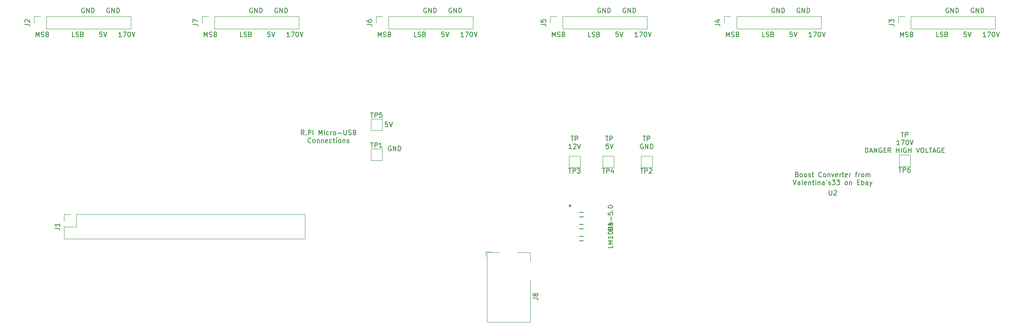
<source format=gbr>
%TF.GenerationSoftware,KiCad,Pcbnew,5.1.6-c6e7f7d~87~ubuntu20.04.1*%
%TF.CreationDate,2020-09-03T23:23:25-04:00*%
%TF.ProjectId,Nixie_Clk_Mother,4e697869-655f-4436-9c6b-5f4d6f746865,rev?*%
%TF.SameCoordinates,Original*%
%TF.FileFunction,Legend,Top*%
%TF.FilePolarity,Positive*%
%FSLAX46Y46*%
G04 Gerber Fmt 4.6, Leading zero omitted, Abs format (unit mm)*
G04 Created by KiCad (PCBNEW 5.1.6-c6e7f7d~87~ubuntu20.04.1) date 2020-09-03 23:23:25*
%MOMM*%
%LPD*%
G01*
G04 APERTURE LIST*
%ADD10C,0.150000*%
%ADD11C,0.120000*%
%ADD12C,0.152400*%
G04 APERTURE END LIST*
D10*
X208606380Y-69969571D02*
X208749238Y-70017190D01*
X208796857Y-70064809D01*
X208844476Y-70160047D01*
X208844476Y-70302904D01*
X208796857Y-70398142D01*
X208749238Y-70445761D01*
X208654000Y-70493380D01*
X208273047Y-70493380D01*
X208273047Y-69493380D01*
X208606380Y-69493380D01*
X208701619Y-69541000D01*
X208749238Y-69588619D01*
X208796857Y-69683857D01*
X208796857Y-69779095D01*
X208749238Y-69874333D01*
X208701619Y-69921952D01*
X208606380Y-69969571D01*
X208273047Y-69969571D01*
X209415904Y-70493380D02*
X209320666Y-70445761D01*
X209273047Y-70398142D01*
X209225428Y-70302904D01*
X209225428Y-70017190D01*
X209273047Y-69921952D01*
X209320666Y-69874333D01*
X209415904Y-69826714D01*
X209558761Y-69826714D01*
X209654000Y-69874333D01*
X209701619Y-69921952D01*
X209749238Y-70017190D01*
X209749238Y-70302904D01*
X209701619Y-70398142D01*
X209654000Y-70445761D01*
X209558761Y-70493380D01*
X209415904Y-70493380D01*
X210320666Y-70493380D02*
X210225428Y-70445761D01*
X210177809Y-70398142D01*
X210130190Y-70302904D01*
X210130190Y-70017190D01*
X210177809Y-69921952D01*
X210225428Y-69874333D01*
X210320666Y-69826714D01*
X210463523Y-69826714D01*
X210558761Y-69874333D01*
X210606380Y-69921952D01*
X210654000Y-70017190D01*
X210654000Y-70302904D01*
X210606380Y-70398142D01*
X210558761Y-70445761D01*
X210463523Y-70493380D01*
X210320666Y-70493380D01*
X211034952Y-70445761D02*
X211130190Y-70493380D01*
X211320666Y-70493380D01*
X211415904Y-70445761D01*
X211463523Y-70350523D01*
X211463523Y-70302904D01*
X211415904Y-70207666D01*
X211320666Y-70160047D01*
X211177809Y-70160047D01*
X211082571Y-70112428D01*
X211034952Y-70017190D01*
X211034952Y-69969571D01*
X211082571Y-69874333D01*
X211177809Y-69826714D01*
X211320666Y-69826714D01*
X211415904Y-69874333D01*
X211749238Y-69826714D02*
X212130190Y-69826714D01*
X211892095Y-69493380D02*
X211892095Y-70350523D01*
X211939714Y-70445761D01*
X212034952Y-70493380D01*
X212130190Y-70493380D01*
X213796857Y-70398142D02*
X213749238Y-70445761D01*
X213606380Y-70493380D01*
X213511142Y-70493380D01*
X213368285Y-70445761D01*
X213273047Y-70350523D01*
X213225428Y-70255285D01*
X213177809Y-70064809D01*
X213177809Y-69921952D01*
X213225428Y-69731476D01*
X213273047Y-69636238D01*
X213368285Y-69541000D01*
X213511142Y-69493380D01*
X213606380Y-69493380D01*
X213749238Y-69541000D01*
X213796857Y-69588619D01*
X214368285Y-70493380D02*
X214273047Y-70445761D01*
X214225428Y-70398142D01*
X214177809Y-70302904D01*
X214177809Y-70017190D01*
X214225428Y-69921952D01*
X214273047Y-69874333D01*
X214368285Y-69826714D01*
X214511142Y-69826714D01*
X214606380Y-69874333D01*
X214654000Y-69921952D01*
X214701619Y-70017190D01*
X214701619Y-70302904D01*
X214654000Y-70398142D01*
X214606380Y-70445761D01*
X214511142Y-70493380D01*
X214368285Y-70493380D01*
X215130190Y-69826714D02*
X215130190Y-70493380D01*
X215130190Y-69921952D02*
X215177809Y-69874333D01*
X215273047Y-69826714D01*
X215415904Y-69826714D01*
X215511142Y-69874333D01*
X215558761Y-69969571D01*
X215558761Y-70493380D01*
X215939714Y-69826714D02*
X216177809Y-70493380D01*
X216415904Y-69826714D01*
X217177809Y-70445761D02*
X217082571Y-70493380D01*
X216892095Y-70493380D01*
X216796857Y-70445761D01*
X216749238Y-70350523D01*
X216749238Y-69969571D01*
X216796857Y-69874333D01*
X216892095Y-69826714D01*
X217082571Y-69826714D01*
X217177809Y-69874333D01*
X217225428Y-69969571D01*
X217225428Y-70064809D01*
X216749238Y-70160047D01*
X217654000Y-70493380D02*
X217654000Y-69826714D01*
X217654000Y-70017190D02*
X217701619Y-69921952D01*
X217749238Y-69874333D01*
X217844476Y-69826714D01*
X217939714Y-69826714D01*
X218130190Y-69826714D02*
X218511142Y-69826714D01*
X218273047Y-69493380D02*
X218273047Y-70350523D01*
X218320666Y-70445761D01*
X218415904Y-70493380D01*
X218511142Y-70493380D01*
X219225428Y-70445761D02*
X219130190Y-70493380D01*
X218939714Y-70493380D01*
X218844476Y-70445761D01*
X218796857Y-70350523D01*
X218796857Y-69969571D01*
X218844476Y-69874333D01*
X218939714Y-69826714D01*
X219130190Y-69826714D01*
X219225428Y-69874333D01*
X219273047Y-69969571D01*
X219273047Y-70064809D01*
X218796857Y-70160047D01*
X219701619Y-70493380D02*
X219701619Y-69826714D01*
X219701619Y-70017190D02*
X219749238Y-69921952D01*
X219796857Y-69874333D01*
X219892095Y-69826714D01*
X219987333Y-69826714D01*
X220939714Y-69826714D02*
X221320666Y-69826714D01*
X221082571Y-70493380D02*
X221082571Y-69636238D01*
X221130190Y-69541000D01*
X221225428Y-69493380D01*
X221320666Y-69493380D01*
X221654000Y-70493380D02*
X221654000Y-69826714D01*
X221654000Y-70017190D02*
X221701619Y-69921952D01*
X221749238Y-69874333D01*
X221844476Y-69826714D01*
X221939714Y-69826714D01*
X222415904Y-70493380D02*
X222320666Y-70445761D01*
X222273047Y-70398142D01*
X222225428Y-70302904D01*
X222225428Y-70017190D01*
X222273047Y-69921952D01*
X222320666Y-69874333D01*
X222415904Y-69826714D01*
X222558761Y-69826714D01*
X222654000Y-69874333D01*
X222701619Y-69921952D01*
X222749238Y-70017190D01*
X222749238Y-70302904D01*
X222701619Y-70398142D01*
X222654000Y-70445761D01*
X222558761Y-70493380D01*
X222415904Y-70493380D01*
X223177809Y-70493380D02*
X223177809Y-69826714D01*
X223177809Y-69921952D02*
X223225428Y-69874333D01*
X223320666Y-69826714D01*
X223463523Y-69826714D01*
X223558761Y-69874333D01*
X223606380Y-69969571D01*
X223606380Y-70493380D01*
X223606380Y-69969571D02*
X223654000Y-69874333D01*
X223749238Y-69826714D01*
X223892095Y-69826714D01*
X223987333Y-69874333D01*
X224034952Y-69969571D01*
X224034952Y-70493380D01*
X207796857Y-71143380D02*
X208130190Y-72143380D01*
X208463523Y-71143380D01*
X209225428Y-72143380D02*
X209225428Y-71619571D01*
X209177809Y-71524333D01*
X209082571Y-71476714D01*
X208892095Y-71476714D01*
X208796857Y-71524333D01*
X209225428Y-72095761D02*
X209130190Y-72143380D01*
X208892095Y-72143380D01*
X208796857Y-72095761D01*
X208749238Y-72000523D01*
X208749238Y-71905285D01*
X208796857Y-71810047D01*
X208892095Y-71762428D01*
X209130190Y-71762428D01*
X209225428Y-71714809D01*
X209844476Y-72143380D02*
X209749238Y-72095761D01*
X209701619Y-72000523D01*
X209701619Y-71143380D01*
X210606380Y-72095761D02*
X210511142Y-72143380D01*
X210320666Y-72143380D01*
X210225428Y-72095761D01*
X210177809Y-72000523D01*
X210177809Y-71619571D01*
X210225428Y-71524333D01*
X210320666Y-71476714D01*
X210511142Y-71476714D01*
X210606380Y-71524333D01*
X210654000Y-71619571D01*
X210654000Y-71714809D01*
X210177809Y-71810047D01*
X211082571Y-71476714D02*
X211082571Y-72143380D01*
X211082571Y-71571952D02*
X211130190Y-71524333D01*
X211225428Y-71476714D01*
X211368285Y-71476714D01*
X211463523Y-71524333D01*
X211511142Y-71619571D01*
X211511142Y-72143380D01*
X211844476Y-71476714D02*
X212225428Y-71476714D01*
X211987333Y-71143380D02*
X211987333Y-72000523D01*
X212034952Y-72095761D01*
X212130190Y-72143380D01*
X212225428Y-72143380D01*
X212558761Y-72143380D02*
X212558761Y-71476714D01*
X212558761Y-71143380D02*
X212511142Y-71191000D01*
X212558761Y-71238619D01*
X212606380Y-71191000D01*
X212558761Y-71143380D01*
X212558761Y-71238619D01*
X213034952Y-71476714D02*
X213034952Y-72143380D01*
X213034952Y-71571952D02*
X213082571Y-71524333D01*
X213177809Y-71476714D01*
X213320666Y-71476714D01*
X213415904Y-71524333D01*
X213463523Y-71619571D01*
X213463523Y-72143380D01*
X214368285Y-72143380D02*
X214368285Y-71619571D01*
X214320666Y-71524333D01*
X214225428Y-71476714D01*
X214034952Y-71476714D01*
X213939714Y-71524333D01*
X214368285Y-72095761D02*
X214273047Y-72143380D01*
X214034952Y-72143380D01*
X213939714Y-72095761D01*
X213892095Y-72000523D01*
X213892095Y-71905285D01*
X213939714Y-71810047D01*
X214034952Y-71762428D01*
X214273047Y-71762428D01*
X214368285Y-71714809D01*
X214892095Y-71143380D02*
X214796857Y-71333857D01*
X215273047Y-72095761D02*
X215368285Y-72143380D01*
X215558761Y-72143380D01*
X215654000Y-72095761D01*
X215701619Y-72000523D01*
X215701619Y-71952904D01*
X215654000Y-71857666D01*
X215558761Y-71810047D01*
X215415904Y-71810047D01*
X215320666Y-71762428D01*
X215273047Y-71667190D01*
X215273047Y-71619571D01*
X215320666Y-71524333D01*
X215415904Y-71476714D01*
X215558761Y-71476714D01*
X215654000Y-71524333D01*
X216034952Y-71143380D02*
X216654000Y-71143380D01*
X216320666Y-71524333D01*
X216463523Y-71524333D01*
X216558761Y-71571952D01*
X216606380Y-71619571D01*
X216654000Y-71714809D01*
X216654000Y-71952904D01*
X216606380Y-72048142D01*
X216558761Y-72095761D01*
X216463523Y-72143380D01*
X216177809Y-72143380D01*
X216082571Y-72095761D01*
X216034952Y-72048142D01*
X216987333Y-71143380D02*
X217606380Y-71143380D01*
X217273047Y-71524333D01*
X217415904Y-71524333D01*
X217511142Y-71571952D01*
X217558761Y-71619571D01*
X217606380Y-71714809D01*
X217606380Y-71952904D01*
X217558761Y-72048142D01*
X217511142Y-72095761D01*
X217415904Y-72143380D01*
X217130190Y-72143380D01*
X217034952Y-72095761D01*
X216987333Y-72048142D01*
X218939714Y-72143380D02*
X218844476Y-72095761D01*
X218796857Y-72048142D01*
X218749238Y-71952904D01*
X218749238Y-71667190D01*
X218796857Y-71571952D01*
X218844476Y-71524333D01*
X218939714Y-71476714D01*
X219082571Y-71476714D01*
X219177809Y-71524333D01*
X219225428Y-71571952D01*
X219273047Y-71667190D01*
X219273047Y-71952904D01*
X219225428Y-72048142D01*
X219177809Y-72095761D01*
X219082571Y-72143380D01*
X218939714Y-72143380D01*
X219701619Y-71476714D02*
X219701619Y-72143380D01*
X219701619Y-71571952D02*
X219749238Y-71524333D01*
X219844476Y-71476714D01*
X219987333Y-71476714D01*
X220082571Y-71524333D01*
X220130190Y-71619571D01*
X220130190Y-72143380D01*
X221368285Y-71619571D02*
X221701619Y-71619571D01*
X221844476Y-72143380D02*
X221368285Y-72143380D01*
X221368285Y-71143380D01*
X221844476Y-71143380D01*
X222273047Y-72143380D02*
X222273047Y-71143380D01*
X222273047Y-71524333D02*
X222368285Y-71476714D01*
X222558761Y-71476714D01*
X222654000Y-71524333D01*
X222701619Y-71571952D01*
X222749238Y-71667190D01*
X222749238Y-71952904D01*
X222701619Y-72048142D01*
X222654000Y-72095761D01*
X222558761Y-72143380D01*
X222368285Y-72143380D01*
X222273047Y-72095761D01*
X223606380Y-72143380D02*
X223606380Y-71619571D01*
X223558761Y-71524333D01*
X223463523Y-71476714D01*
X223273047Y-71476714D01*
X223177809Y-71524333D01*
X223606380Y-72095761D02*
X223511142Y-72143380D01*
X223273047Y-72143380D01*
X223177809Y-72095761D01*
X223130190Y-72000523D01*
X223130190Y-71905285D01*
X223177809Y-71810047D01*
X223273047Y-71762428D01*
X223511142Y-71762428D01*
X223606380Y-71714809D01*
X223987333Y-71476714D02*
X224225428Y-72143380D01*
X224463523Y-71476714D02*
X224225428Y-72143380D01*
X224130190Y-72381476D01*
X224082571Y-72429095D01*
X223987333Y-72476714D01*
X122682095Y-64016000D02*
X122586857Y-63968380D01*
X122444000Y-63968380D01*
X122301142Y-64016000D01*
X122205904Y-64111238D01*
X122158285Y-64206476D01*
X122110666Y-64396952D01*
X122110666Y-64539809D01*
X122158285Y-64730285D01*
X122205904Y-64825523D01*
X122301142Y-64920761D01*
X122444000Y-64968380D01*
X122539238Y-64968380D01*
X122682095Y-64920761D01*
X122729714Y-64873142D01*
X122729714Y-64539809D01*
X122539238Y-64539809D01*
X123158285Y-64968380D02*
X123158285Y-63968380D01*
X123729714Y-64968380D01*
X123729714Y-63968380D01*
X124205904Y-64968380D02*
X124205904Y-63968380D01*
X124444000Y-63968380D01*
X124586857Y-64016000D01*
X124682095Y-64111238D01*
X124729714Y-64206476D01*
X124777333Y-64396952D01*
X124777333Y-64539809D01*
X124729714Y-64730285D01*
X124682095Y-64825523D01*
X124586857Y-64920761D01*
X124444000Y-64968380D01*
X124205904Y-64968380D01*
X121983523Y-58888380D02*
X121507333Y-58888380D01*
X121459714Y-59364571D01*
X121507333Y-59316952D01*
X121602571Y-59269333D01*
X121840666Y-59269333D01*
X121935904Y-59316952D01*
X121983523Y-59364571D01*
X122031142Y-59459809D01*
X122031142Y-59697904D01*
X121983523Y-59793142D01*
X121935904Y-59840761D01*
X121840666Y-59888380D01*
X121602571Y-59888380D01*
X121507333Y-59840761D01*
X121459714Y-59793142D01*
X122316857Y-58888380D02*
X122650190Y-59888380D01*
X122983523Y-58888380D01*
X104307333Y-61603380D02*
X103974000Y-61127190D01*
X103735904Y-61603380D02*
X103735904Y-60603380D01*
X104116857Y-60603380D01*
X104212095Y-60651000D01*
X104259714Y-60698619D01*
X104307333Y-60793857D01*
X104307333Y-60936714D01*
X104259714Y-61031952D01*
X104212095Y-61079571D01*
X104116857Y-61127190D01*
X103735904Y-61127190D01*
X104735904Y-61508142D02*
X104783523Y-61555761D01*
X104735904Y-61603380D01*
X104688285Y-61555761D01*
X104735904Y-61508142D01*
X104735904Y-61603380D01*
X105212095Y-61603380D02*
X105212095Y-60603380D01*
X105593047Y-60603380D01*
X105688285Y-60651000D01*
X105735904Y-60698619D01*
X105783523Y-60793857D01*
X105783523Y-60936714D01*
X105735904Y-61031952D01*
X105688285Y-61079571D01*
X105593047Y-61127190D01*
X105212095Y-61127190D01*
X106212095Y-61603380D02*
X106212095Y-60603380D01*
X107450190Y-61603380D02*
X107450190Y-60603380D01*
X107783523Y-61317666D01*
X108116857Y-60603380D01*
X108116857Y-61603380D01*
X108593047Y-61603380D02*
X108593047Y-60936714D01*
X108593047Y-60603380D02*
X108545428Y-60651000D01*
X108593047Y-60698619D01*
X108640666Y-60651000D01*
X108593047Y-60603380D01*
X108593047Y-60698619D01*
X109497809Y-61555761D02*
X109402571Y-61603380D01*
X109212095Y-61603380D01*
X109116857Y-61555761D01*
X109069238Y-61508142D01*
X109021619Y-61412904D01*
X109021619Y-61127190D01*
X109069238Y-61031952D01*
X109116857Y-60984333D01*
X109212095Y-60936714D01*
X109402571Y-60936714D01*
X109497809Y-60984333D01*
X109926380Y-61603380D02*
X109926380Y-60936714D01*
X109926380Y-61127190D02*
X109974000Y-61031952D01*
X110021619Y-60984333D01*
X110116857Y-60936714D01*
X110212095Y-60936714D01*
X110688285Y-61603380D02*
X110593047Y-61555761D01*
X110545428Y-61508142D01*
X110497809Y-61412904D01*
X110497809Y-61127190D01*
X110545428Y-61031952D01*
X110593047Y-60984333D01*
X110688285Y-60936714D01*
X110831142Y-60936714D01*
X110926380Y-60984333D01*
X110974000Y-61031952D01*
X111021619Y-61127190D01*
X111021619Y-61412904D01*
X110974000Y-61508142D01*
X110926380Y-61555761D01*
X110831142Y-61603380D01*
X110688285Y-61603380D01*
X111450190Y-61222428D02*
X112212095Y-61222428D01*
X112688285Y-60603380D02*
X112688285Y-61412904D01*
X112735904Y-61508142D01*
X112783523Y-61555761D01*
X112878761Y-61603380D01*
X113069238Y-61603380D01*
X113164476Y-61555761D01*
X113212095Y-61508142D01*
X113259714Y-61412904D01*
X113259714Y-60603380D01*
X113688285Y-61555761D02*
X113831142Y-61603380D01*
X114069238Y-61603380D01*
X114164476Y-61555761D01*
X114212095Y-61508142D01*
X114259714Y-61412904D01*
X114259714Y-61317666D01*
X114212095Y-61222428D01*
X114164476Y-61174809D01*
X114069238Y-61127190D01*
X113878761Y-61079571D01*
X113783523Y-61031952D01*
X113735904Y-60984333D01*
X113688285Y-60889095D01*
X113688285Y-60793857D01*
X113735904Y-60698619D01*
X113783523Y-60651000D01*
X113878761Y-60603380D01*
X114116857Y-60603380D01*
X114259714Y-60651000D01*
X115021619Y-61079571D02*
X115164476Y-61127190D01*
X115212095Y-61174809D01*
X115259714Y-61270047D01*
X115259714Y-61412904D01*
X115212095Y-61508142D01*
X115164476Y-61555761D01*
X115069238Y-61603380D01*
X114688285Y-61603380D01*
X114688285Y-60603380D01*
X115021619Y-60603380D01*
X115116857Y-60651000D01*
X115164476Y-60698619D01*
X115212095Y-60793857D01*
X115212095Y-60889095D01*
X115164476Y-60984333D01*
X115116857Y-61031952D01*
X115021619Y-61079571D01*
X114688285Y-61079571D01*
X105735904Y-63158142D02*
X105688285Y-63205761D01*
X105545428Y-63253380D01*
X105450190Y-63253380D01*
X105307333Y-63205761D01*
X105212095Y-63110523D01*
X105164476Y-63015285D01*
X105116857Y-62824809D01*
X105116857Y-62681952D01*
X105164476Y-62491476D01*
X105212095Y-62396238D01*
X105307333Y-62301000D01*
X105450190Y-62253380D01*
X105545428Y-62253380D01*
X105688285Y-62301000D01*
X105735904Y-62348619D01*
X106307333Y-63253380D02*
X106212095Y-63205761D01*
X106164476Y-63158142D01*
X106116857Y-63062904D01*
X106116857Y-62777190D01*
X106164476Y-62681952D01*
X106212095Y-62634333D01*
X106307333Y-62586714D01*
X106450190Y-62586714D01*
X106545428Y-62634333D01*
X106593047Y-62681952D01*
X106640666Y-62777190D01*
X106640666Y-63062904D01*
X106593047Y-63158142D01*
X106545428Y-63205761D01*
X106450190Y-63253380D01*
X106307333Y-63253380D01*
X107069238Y-62586714D02*
X107069238Y-63253380D01*
X107069238Y-62681952D02*
X107116857Y-62634333D01*
X107212095Y-62586714D01*
X107354952Y-62586714D01*
X107450190Y-62634333D01*
X107497809Y-62729571D01*
X107497809Y-63253380D01*
X107974000Y-62586714D02*
X107974000Y-63253380D01*
X107974000Y-62681952D02*
X108021619Y-62634333D01*
X108116857Y-62586714D01*
X108259714Y-62586714D01*
X108354952Y-62634333D01*
X108402571Y-62729571D01*
X108402571Y-63253380D01*
X109259714Y-63205761D02*
X109164476Y-63253380D01*
X108974000Y-63253380D01*
X108878761Y-63205761D01*
X108831142Y-63110523D01*
X108831142Y-62729571D01*
X108878761Y-62634333D01*
X108974000Y-62586714D01*
X109164476Y-62586714D01*
X109259714Y-62634333D01*
X109307333Y-62729571D01*
X109307333Y-62824809D01*
X108831142Y-62920047D01*
X110164476Y-63205761D02*
X110069238Y-63253380D01*
X109878761Y-63253380D01*
X109783523Y-63205761D01*
X109735904Y-63158142D01*
X109688285Y-63062904D01*
X109688285Y-62777190D01*
X109735904Y-62681952D01*
X109783523Y-62634333D01*
X109878761Y-62586714D01*
X110069238Y-62586714D01*
X110164476Y-62634333D01*
X110450190Y-62586714D02*
X110831142Y-62586714D01*
X110593047Y-62253380D02*
X110593047Y-63110523D01*
X110640666Y-63205761D01*
X110735904Y-63253380D01*
X110831142Y-63253380D01*
X111164476Y-63253380D02*
X111164476Y-62586714D01*
X111164476Y-62253380D02*
X111116857Y-62301000D01*
X111164476Y-62348619D01*
X111212095Y-62301000D01*
X111164476Y-62253380D01*
X111164476Y-62348619D01*
X111783523Y-63253380D02*
X111688285Y-63205761D01*
X111640666Y-63158142D01*
X111593047Y-63062904D01*
X111593047Y-62777190D01*
X111640666Y-62681952D01*
X111688285Y-62634333D01*
X111783523Y-62586714D01*
X111926380Y-62586714D01*
X112021619Y-62634333D01*
X112069238Y-62681952D01*
X112116857Y-62777190D01*
X112116857Y-63062904D01*
X112069238Y-63158142D01*
X112021619Y-63205761D01*
X111926380Y-63253380D01*
X111783523Y-63253380D01*
X112545428Y-62586714D02*
X112545428Y-63253380D01*
X112545428Y-62681952D02*
X112593047Y-62634333D01*
X112688285Y-62586714D01*
X112831142Y-62586714D01*
X112926380Y-62634333D01*
X112974000Y-62729571D01*
X112974000Y-63253380D01*
X113402571Y-63205761D02*
X113497809Y-63253380D01*
X113688285Y-63253380D01*
X113783523Y-63205761D01*
X113831142Y-63110523D01*
X113831142Y-63062904D01*
X113783523Y-62967666D01*
X113688285Y-62920047D01*
X113545428Y-62920047D01*
X113450190Y-62872428D01*
X113402571Y-62777190D01*
X113402571Y-62729571D01*
X113450190Y-62634333D01*
X113545428Y-62586714D01*
X113688285Y-62586714D01*
X113783523Y-62634333D01*
X230608285Y-61048380D02*
X231179714Y-61048380D01*
X230894000Y-62048380D02*
X230894000Y-61048380D01*
X231513047Y-62048380D02*
X231513047Y-61048380D01*
X231894000Y-61048380D01*
X231989238Y-61096000D01*
X232036857Y-61143619D01*
X232084476Y-61238857D01*
X232084476Y-61381714D01*
X232036857Y-61476952D01*
X231989238Y-61524571D01*
X231894000Y-61572190D01*
X231513047Y-61572190D01*
X230298761Y-63698380D02*
X229727333Y-63698380D01*
X230013047Y-63698380D02*
X230013047Y-62698380D01*
X229917809Y-62841238D01*
X229822571Y-62936476D01*
X229727333Y-62984095D01*
X230632095Y-62698380D02*
X231298761Y-62698380D01*
X230870190Y-63698380D01*
X231870190Y-62698380D02*
X231965428Y-62698380D01*
X232060666Y-62746000D01*
X232108285Y-62793619D01*
X232155904Y-62888857D01*
X232203523Y-63079333D01*
X232203523Y-63317428D01*
X232155904Y-63507904D01*
X232108285Y-63603142D01*
X232060666Y-63650761D01*
X231965428Y-63698380D01*
X231870190Y-63698380D01*
X231774952Y-63650761D01*
X231727333Y-63603142D01*
X231679714Y-63507904D01*
X231632095Y-63317428D01*
X231632095Y-63079333D01*
X231679714Y-62888857D01*
X231727333Y-62793619D01*
X231774952Y-62746000D01*
X231870190Y-62698380D01*
X232489238Y-62698380D02*
X232822571Y-63698380D01*
X233155904Y-62698380D01*
X223060666Y-65348380D02*
X223060666Y-64348380D01*
X223298761Y-64348380D01*
X223441619Y-64396000D01*
X223536857Y-64491238D01*
X223584476Y-64586476D01*
X223632095Y-64776952D01*
X223632095Y-64919809D01*
X223584476Y-65110285D01*
X223536857Y-65205523D01*
X223441619Y-65300761D01*
X223298761Y-65348380D01*
X223060666Y-65348380D01*
X224013047Y-65062666D02*
X224489238Y-65062666D01*
X223917809Y-65348380D02*
X224251142Y-64348380D01*
X224584476Y-65348380D01*
X224917809Y-65348380D02*
X224917809Y-64348380D01*
X225489238Y-65348380D01*
X225489238Y-64348380D01*
X226489238Y-64396000D02*
X226394000Y-64348380D01*
X226251142Y-64348380D01*
X226108285Y-64396000D01*
X226013047Y-64491238D01*
X225965428Y-64586476D01*
X225917809Y-64776952D01*
X225917809Y-64919809D01*
X225965428Y-65110285D01*
X226013047Y-65205523D01*
X226108285Y-65300761D01*
X226251142Y-65348380D01*
X226346380Y-65348380D01*
X226489238Y-65300761D01*
X226536857Y-65253142D01*
X226536857Y-64919809D01*
X226346380Y-64919809D01*
X226965428Y-64824571D02*
X227298761Y-64824571D01*
X227441619Y-65348380D02*
X226965428Y-65348380D01*
X226965428Y-64348380D01*
X227441619Y-64348380D01*
X228441619Y-65348380D02*
X228108285Y-64872190D01*
X227870190Y-65348380D02*
X227870190Y-64348380D01*
X228251142Y-64348380D01*
X228346380Y-64396000D01*
X228394000Y-64443619D01*
X228441619Y-64538857D01*
X228441619Y-64681714D01*
X228394000Y-64776952D01*
X228346380Y-64824571D01*
X228251142Y-64872190D01*
X227870190Y-64872190D01*
X229632095Y-65348380D02*
X229632095Y-64348380D01*
X229632095Y-64824571D02*
X230203523Y-64824571D01*
X230203523Y-65348380D02*
X230203523Y-64348380D01*
X230679714Y-65348380D02*
X230679714Y-64348380D01*
X231679714Y-64396000D02*
X231584476Y-64348380D01*
X231441619Y-64348380D01*
X231298761Y-64396000D01*
X231203523Y-64491238D01*
X231155904Y-64586476D01*
X231108285Y-64776952D01*
X231108285Y-64919809D01*
X231155904Y-65110285D01*
X231203523Y-65205523D01*
X231298761Y-65300761D01*
X231441619Y-65348380D01*
X231536857Y-65348380D01*
X231679714Y-65300761D01*
X231727333Y-65253142D01*
X231727333Y-64919809D01*
X231536857Y-64919809D01*
X232155904Y-65348380D02*
X232155904Y-64348380D01*
X232155904Y-64824571D02*
X232727333Y-64824571D01*
X232727333Y-65348380D02*
X232727333Y-64348380D01*
X233822571Y-64348380D02*
X234155904Y-65348380D01*
X234489238Y-64348380D01*
X235013047Y-64348380D02*
X235203523Y-64348380D01*
X235298761Y-64396000D01*
X235394000Y-64491238D01*
X235441619Y-64681714D01*
X235441619Y-65015047D01*
X235394000Y-65205523D01*
X235298761Y-65300761D01*
X235203523Y-65348380D01*
X235013047Y-65348380D01*
X234917809Y-65300761D01*
X234822571Y-65205523D01*
X234774952Y-65015047D01*
X234774952Y-64681714D01*
X234822571Y-64491238D01*
X234917809Y-64396000D01*
X235013047Y-64348380D01*
X236346380Y-65348380D02*
X235870190Y-65348380D01*
X235870190Y-64348380D01*
X236536857Y-64348380D02*
X237108285Y-64348380D01*
X236822571Y-65348380D02*
X236822571Y-64348380D01*
X237394000Y-65062666D02*
X237870190Y-65062666D01*
X237298761Y-65348380D02*
X237632095Y-64348380D01*
X237965428Y-65348380D01*
X238822571Y-64396000D02*
X238727333Y-64348380D01*
X238584476Y-64348380D01*
X238441619Y-64396000D01*
X238346380Y-64491238D01*
X238298761Y-64586476D01*
X238251142Y-64776952D01*
X238251142Y-64919809D01*
X238298761Y-65110285D01*
X238346380Y-65205523D01*
X238441619Y-65300761D01*
X238584476Y-65348380D01*
X238679714Y-65348380D01*
X238822571Y-65300761D01*
X238870190Y-65253142D01*
X238870190Y-64919809D01*
X238679714Y-64919809D01*
X239298761Y-64824571D02*
X239632095Y-64824571D01*
X239774952Y-65348380D02*
X239298761Y-65348380D01*
X239298761Y-64348380D01*
X239774952Y-64348380D01*
X175998285Y-61873380D02*
X176569714Y-61873380D01*
X176284000Y-62873380D02*
X176284000Y-61873380D01*
X176903047Y-62873380D02*
X176903047Y-61873380D01*
X177284000Y-61873380D01*
X177379238Y-61921000D01*
X177426857Y-61968619D01*
X177474476Y-62063857D01*
X177474476Y-62206714D01*
X177426857Y-62301952D01*
X177379238Y-62349571D01*
X177284000Y-62397190D01*
X176903047Y-62397190D01*
X176022095Y-63571000D02*
X175926857Y-63523380D01*
X175784000Y-63523380D01*
X175641142Y-63571000D01*
X175545904Y-63666238D01*
X175498285Y-63761476D01*
X175450666Y-63951952D01*
X175450666Y-64094809D01*
X175498285Y-64285285D01*
X175545904Y-64380523D01*
X175641142Y-64475761D01*
X175784000Y-64523380D01*
X175879238Y-64523380D01*
X176022095Y-64475761D01*
X176069714Y-64428142D01*
X176069714Y-64094809D01*
X175879238Y-64094809D01*
X176498285Y-64523380D02*
X176498285Y-63523380D01*
X177069714Y-64523380D01*
X177069714Y-63523380D01*
X177545904Y-64523380D02*
X177545904Y-63523380D01*
X177784000Y-63523380D01*
X177926857Y-63571000D01*
X178022095Y-63666238D01*
X178069714Y-63761476D01*
X178117333Y-63951952D01*
X178117333Y-64094809D01*
X178069714Y-64285285D01*
X178022095Y-64380523D01*
X177926857Y-64475761D01*
X177784000Y-64523380D01*
X177545904Y-64523380D01*
X168086738Y-61873380D02*
X168658166Y-61873380D01*
X168372452Y-62873380D02*
X168372452Y-61873380D01*
X168991500Y-62873380D02*
X168991500Y-61873380D01*
X169372452Y-61873380D01*
X169467690Y-61921000D01*
X169515309Y-61968619D01*
X169562928Y-62063857D01*
X169562928Y-62206714D01*
X169515309Y-62301952D01*
X169467690Y-62349571D01*
X169372452Y-62397190D01*
X168991500Y-62397190D01*
X168705785Y-63523380D02*
X168229595Y-63523380D01*
X168181976Y-63999571D01*
X168229595Y-63951952D01*
X168324833Y-63904333D01*
X168562928Y-63904333D01*
X168658166Y-63951952D01*
X168705785Y-63999571D01*
X168753404Y-64094809D01*
X168753404Y-64332904D01*
X168705785Y-64428142D01*
X168658166Y-64475761D01*
X168562928Y-64523380D01*
X168324833Y-64523380D01*
X168229595Y-64475761D01*
X168181976Y-64428142D01*
X169039119Y-63523380D02*
X169372452Y-64523380D01*
X169705785Y-63523380D01*
X160758285Y-61873380D02*
X161329714Y-61873380D01*
X161044000Y-62873380D02*
X161044000Y-61873380D01*
X161663047Y-62873380D02*
X161663047Y-61873380D01*
X162044000Y-61873380D01*
X162139238Y-61921000D01*
X162186857Y-61968619D01*
X162234476Y-62063857D01*
X162234476Y-62206714D01*
X162186857Y-62301952D01*
X162139238Y-62349571D01*
X162044000Y-62397190D01*
X161663047Y-62397190D01*
X160924952Y-64523380D02*
X160353523Y-64523380D01*
X160639238Y-64523380D02*
X160639238Y-63523380D01*
X160544000Y-63666238D01*
X160448761Y-63761476D01*
X160353523Y-63809095D01*
X161305904Y-63618619D02*
X161353523Y-63571000D01*
X161448761Y-63523380D01*
X161686857Y-63523380D01*
X161782095Y-63571000D01*
X161829714Y-63618619D01*
X161877333Y-63713857D01*
X161877333Y-63809095D01*
X161829714Y-63951952D01*
X161258285Y-64523380D01*
X161877333Y-64523380D01*
X162163047Y-63523380D02*
X162496380Y-64523380D01*
X162829714Y-63523380D01*
X230459595Y-40838380D02*
X230459595Y-39838380D01*
X230792928Y-40552666D01*
X231126261Y-39838380D01*
X231126261Y-40838380D01*
X231554833Y-40790761D02*
X231697690Y-40838380D01*
X231935785Y-40838380D01*
X232031023Y-40790761D01*
X232078642Y-40743142D01*
X232126261Y-40647904D01*
X232126261Y-40552666D01*
X232078642Y-40457428D01*
X232031023Y-40409809D01*
X231935785Y-40362190D01*
X231745309Y-40314571D01*
X231650071Y-40266952D01*
X231602452Y-40219333D01*
X231554833Y-40124095D01*
X231554833Y-40028857D01*
X231602452Y-39933619D01*
X231650071Y-39886000D01*
X231745309Y-39838380D01*
X231983404Y-39838380D01*
X232126261Y-39886000D01*
X232888166Y-40314571D02*
X233031023Y-40362190D01*
X233078642Y-40409809D01*
X233126261Y-40505047D01*
X233126261Y-40647904D01*
X233078642Y-40743142D01*
X233031023Y-40790761D01*
X232935785Y-40838380D01*
X232554833Y-40838380D01*
X232554833Y-39838380D01*
X232888166Y-39838380D01*
X232983404Y-39886000D01*
X233031023Y-39933619D01*
X233078642Y-40028857D01*
X233078642Y-40124095D01*
X233031023Y-40219333D01*
X232983404Y-40266952D01*
X232888166Y-40314571D01*
X232554833Y-40314571D01*
X238602452Y-40838380D02*
X238126261Y-40838380D01*
X238126261Y-39838380D01*
X238888166Y-40790761D02*
X239031023Y-40838380D01*
X239269119Y-40838380D01*
X239364357Y-40790761D01*
X239411976Y-40743142D01*
X239459595Y-40647904D01*
X239459595Y-40552666D01*
X239411976Y-40457428D01*
X239364357Y-40409809D01*
X239269119Y-40362190D01*
X239078642Y-40314571D01*
X238983404Y-40266952D01*
X238935785Y-40219333D01*
X238888166Y-40124095D01*
X238888166Y-40028857D01*
X238935785Y-39933619D01*
X238983404Y-39886000D01*
X239078642Y-39838380D01*
X239316738Y-39838380D01*
X239459595Y-39886000D01*
X240221500Y-40314571D02*
X240364357Y-40362190D01*
X240411976Y-40409809D01*
X240459595Y-40505047D01*
X240459595Y-40647904D01*
X240411976Y-40743142D01*
X240364357Y-40790761D01*
X240269119Y-40838380D01*
X239888166Y-40838380D01*
X239888166Y-39838380D01*
X240221500Y-39838380D01*
X240316738Y-39886000D01*
X240364357Y-39933619D01*
X240411976Y-40028857D01*
X240411976Y-40124095D01*
X240364357Y-40219333D01*
X240316738Y-40266952D01*
X240221500Y-40314571D01*
X239888166Y-40314571D01*
X244411976Y-39838380D02*
X243935785Y-39838380D01*
X243888166Y-40314571D01*
X243935785Y-40266952D01*
X244031023Y-40219333D01*
X244269119Y-40219333D01*
X244364357Y-40266952D01*
X244411976Y-40314571D01*
X244459595Y-40409809D01*
X244459595Y-40647904D01*
X244411976Y-40743142D01*
X244364357Y-40790761D01*
X244269119Y-40838380D01*
X244031023Y-40838380D01*
X243935785Y-40790761D01*
X243888166Y-40743142D01*
X244745309Y-39838380D02*
X245078642Y-40838380D01*
X245411976Y-39838380D01*
X248554833Y-40838380D02*
X247983404Y-40838380D01*
X248269119Y-40838380D02*
X248269119Y-39838380D01*
X248173880Y-39981238D01*
X248078642Y-40076476D01*
X247983404Y-40124095D01*
X248888166Y-39838380D02*
X249554833Y-39838380D01*
X249126261Y-40838380D01*
X250126261Y-39838380D02*
X250221500Y-39838380D01*
X250316738Y-39886000D01*
X250364357Y-39933619D01*
X250411976Y-40028857D01*
X250459595Y-40219333D01*
X250459595Y-40457428D01*
X250411976Y-40647904D01*
X250364357Y-40743142D01*
X250316738Y-40790761D01*
X250221500Y-40838380D01*
X250126261Y-40838380D01*
X250031023Y-40790761D01*
X249983404Y-40743142D01*
X249935785Y-40647904D01*
X249888166Y-40457428D01*
X249888166Y-40219333D01*
X249935785Y-40028857D01*
X249983404Y-39933619D01*
X250031023Y-39886000D01*
X250126261Y-39838380D01*
X250745309Y-39838380D02*
X251078642Y-40838380D01*
X251411976Y-39838380D01*
X193629595Y-40838380D02*
X193629595Y-39838380D01*
X193962928Y-40552666D01*
X194296261Y-39838380D01*
X194296261Y-40838380D01*
X194724833Y-40790761D02*
X194867690Y-40838380D01*
X195105785Y-40838380D01*
X195201023Y-40790761D01*
X195248642Y-40743142D01*
X195296261Y-40647904D01*
X195296261Y-40552666D01*
X195248642Y-40457428D01*
X195201023Y-40409809D01*
X195105785Y-40362190D01*
X194915309Y-40314571D01*
X194820071Y-40266952D01*
X194772452Y-40219333D01*
X194724833Y-40124095D01*
X194724833Y-40028857D01*
X194772452Y-39933619D01*
X194820071Y-39886000D01*
X194915309Y-39838380D01*
X195153404Y-39838380D01*
X195296261Y-39886000D01*
X196058166Y-40314571D02*
X196201023Y-40362190D01*
X196248642Y-40409809D01*
X196296261Y-40505047D01*
X196296261Y-40647904D01*
X196248642Y-40743142D01*
X196201023Y-40790761D01*
X196105785Y-40838380D01*
X195724833Y-40838380D01*
X195724833Y-39838380D01*
X196058166Y-39838380D01*
X196153404Y-39886000D01*
X196201023Y-39933619D01*
X196248642Y-40028857D01*
X196248642Y-40124095D01*
X196201023Y-40219333D01*
X196153404Y-40266952D01*
X196058166Y-40314571D01*
X195724833Y-40314571D01*
X201772452Y-40838380D02*
X201296261Y-40838380D01*
X201296261Y-39838380D01*
X202058166Y-40790761D02*
X202201023Y-40838380D01*
X202439119Y-40838380D01*
X202534357Y-40790761D01*
X202581976Y-40743142D01*
X202629595Y-40647904D01*
X202629595Y-40552666D01*
X202581976Y-40457428D01*
X202534357Y-40409809D01*
X202439119Y-40362190D01*
X202248642Y-40314571D01*
X202153404Y-40266952D01*
X202105785Y-40219333D01*
X202058166Y-40124095D01*
X202058166Y-40028857D01*
X202105785Y-39933619D01*
X202153404Y-39886000D01*
X202248642Y-39838380D01*
X202486738Y-39838380D01*
X202629595Y-39886000D01*
X203391500Y-40314571D02*
X203534357Y-40362190D01*
X203581976Y-40409809D01*
X203629595Y-40505047D01*
X203629595Y-40647904D01*
X203581976Y-40743142D01*
X203534357Y-40790761D01*
X203439119Y-40838380D01*
X203058166Y-40838380D01*
X203058166Y-39838380D01*
X203391500Y-39838380D01*
X203486738Y-39886000D01*
X203534357Y-39933619D01*
X203581976Y-40028857D01*
X203581976Y-40124095D01*
X203534357Y-40219333D01*
X203486738Y-40266952D01*
X203391500Y-40314571D01*
X203058166Y-40314571D01*
X207581976Y-39838380D02*
X207105785Y-39838380D01*
X207058166Y-40314571D01*
X207105785Y-40266952D01*
X207201023Y-40219333D01*
X207439119Y-40219333D01*
X207534357Y-40266952D01*
X207581976Y-40314571D01*
X207629595Y-40409809D01*
X207629595Y-40647904D01*
X207581976Y-40743142D01*
X207534357Y-40790761D01*
X207439119Y-40838380D01*
X207201023Y-40838380D01*
X207105785Y-40790761D01*
X207058166Y-40743142D01*
X207915309Y-39838380D02*
X208248642Y-40838380D01*
X208581976Y-39838380D01*
X211724833Y-40838380D02*
X211153404Y-40838380D01*
X211439119Y-40838380D02*
X211439119Y-39838380D01*
X211343880Y-39981238D01*
X211248642Y-40076476D01*
X211153404Y-40124095D01*
X212058166Y-39838380D02*
X212724833Y-39838380D01*
X212296261Y-40838380D01*
X213296261Y-39838380D02*
X213391500Y-39838380D01*
X213486738Y-39886000D01*
X213534357Y-39933619D01*
X213581976Y-40028857D01*
X213629595Y-40219333D01*
X213629595Y-40457428D01*
X213581976Y-40647904D01*
X213534357Y-40743142D01*
X213486738Y-40790761D01*
X213391500Y-40838380D01*
X213296261Y-40838380D01*
X213201023Y-40790761D01*
X213153404Y-40743142D01*
X213105785Y-40647904D01*
X213058166Y-40457428D01*
X213058166Y-40219333D01*
X213105785Y-40028857D01*
X213153404Y-39933619D01*
X213201023Y-39886000D01*
X213296261Y-39838380D01*
X213915309Y-39838380D02*
X214248642Y-40838380D01*
X214581976Y-39838380D01*
X156799595Y-40838380D02*
X156799595Y-39838380D01*
X157132928Y-40552666D01*
X157466261Y-39838380D01*
X157466261Y-40838380D01*
X157894833Y-40790761D02*
X158037690Y-40838380D01*
X158275785Y-40838380D01*
X158371023Y-40790761D01*
X158418642Y-40743142D01*
X158466261Y-40647904D01*
X158466261Y-40552666D01*
X158418642Y-40457428D01*
X158371023Y-40409809D01*
X158275785Y-40362190D01*
X158085309Y-40314571D01*
X157990071Y-40266952D01*
X157942452Y-40219333D01*
X157894833Y-40124095D01*
X157894833Y-40028857D01*
X157942452Y-39933619D01*
X157990071Y-39886000D01*
X158085309Y-39838380D01*
X158323404Y-39838380D01*
X158466261Y-39886000D01*
X159228166Y-40314571D02*
X159371023Y-40362190D01*
X159418642Y-40409809D01*
X159466261Y-40505047D01*
X159466261Y-40647904D01*
X159418642Y-40743142D01*
X159371023Y-40790761D01*
X159275785Y-40838380D01*
X158894833Y-40838380D01*
X158894833Y-39838380D01*
X159228166Y-39838380D01*
X159323404Y-39886000D01*
X159371023Y-39933619D01*
X159418642Y-40028857D01*
X159418642Y-40124095D01*
X159371023Y-40219333D01*
X159323404Y-40266952D01*
X159228166Y-40314571D01*
X158894833Y-40314571D01*
X164942452Y-40838380D02*
X164466261Y-40838380D01*
X164466261Y-39838380D01*
X165228166Y-40790761D02*
X165371023Y-40838380D01*
X165609119Y-40838380D01*
X165704357Y-40790761D01*
X165751976Y-40743142D01*
X165799595Y-40647904D01*
X165799595Y-40552666D01*
X165751976Y-40457428D01*
X165704357Y-40409809D01*
X165609119Y-40362190D01*
X165418642Y-40314571D01*
X165323404Y-40266952D01*
X165275785Y-40219333D01*
X165228166Y-40124095D01*
X165228166Y-40028857D01*
X165275785Y-39933619D01*
X165323404Y-39886000D01*
X165418642Y-39838380D01*
X165656738Y-39838380D01*
X165799595Y-39886000D01*
X166561500Y-40314571D02*
X166704357Y-40362190D01*
X166751976Y-40409809D01*
X166799595Y-40505047D01*
X166799595Y-40647904D01*
X166751976Y-40743142D01*
X166704357Y-40790761D01*
X166609119Y-40838380D01*
X166228166Y-40838380D01*
X166228166Y-39838380D01*
X166561500Y-39838380D01*
X166656738Y-39886000D01*
X166704357Y-39933619D01*
X166751976Y-40028857D01*
X166751976Y-40124095D01*
X166704357Y-40219333D01*
X166656738Y-40266952D01*
X166561500Y-40314571D01*
X166228166Y-40314571D01*
X170751976Y-39838380D02*
X170275785Y-39838380D01*
X170228166Y-40314571D01*
X170275785Y-40266952D01*
X170371023Y-40219333D01*
X170609119Y-40219333D01*
X170704357Y-40266952D01*
X170751976Y-40314571D01*
X170799595Y-40409809D01*
X170799595Y-40647904D01*
X170751976Y-40743142D01*
X170704357Y-40790761D01*
X170609119Y-40838380D01*
X170371023Y-40838380D01*
X170275785Y-40790761D01*
X170228166Y-40743142D01*
X171085309Y-39838380D02*
X171418642Y-40838380D01*
X171751976Y-39838380D01*
X174894833Y-40838380D02*
X174323404Y-40838380D01*
X174609119Y-40838380D02*
X174609119Y-39838380D01*
X174513880Y-39981238D01*
X174418642Y-40076476D01*
X174323404Y-40124095D01*
X175228166Y-39838380D02*
X175894833Y-39838380D01*
X175466261Y-40838380D01*
X176466261Y-39838380D02*
X176561500Y-39838380D01*
X176656738Y-39886000D01*
X176704357Y-39933619D01*
X176751976Y-40028857D01*
X176799595Y-40219333D01*
X176799595Y-40457428D01*
X176751976Y-40647904D01*
X176704357Y-40743142D01*
X176656738Y-40790761D01*
X176561500Y-40838380D01*
X176466261Y-40838380D01*
X176371023Y-40790761D01*
X176323404Y-40743142D01*
X176275785Y-40647904D01*
X176228166Y-40457428D01*
X176228166Y-40219333D01*
X176275785Y-40028857D01*
X176323404Y-39933619D01*
X176371023Y-39886000D01*
X176466261Y-39838380D01*
X177085309Y-39838380D02*
X177418642Y-40838380D01*
X177751976Y-39838380D01*
X119969595Y-40838380D02*
X119969595Y-39838380D01*
X120302928Y-40552666D01*
X120636261Y-39838380D01*
X120636261Y-40838380D01*
X121064833Y-40790761D02*
X121207690Y-40838380D01*
X121445785Y-40838380D01*
X121541023Y-40790761D01*
X121588642Y-40743142D01*
X121636261Y-40647904D01*
X121636261Y-40552666D01*
X121588642Y-40457428D01*
X121541023Y-40409809D01*
X121445785Y-40362190D01*
X121255309Y-40314571D01*
X121160071Y-40266952D01*
X121112452Y-40219333D01*
X121064833Y-40124095D01*
X121064833Y-40028857D01*
X121112452Y-39933619D01*
X121160071Y-39886000D01*
X121255309Y-39838380D01*
X121493404Y-39838380D01*
X121636261Y-39886000D01*
X122398166Y-40314571D02*
X122541023Y-40362190D01*
X122588642Y-40409809D01*
X122636261Y-40505047D01*
X122636261Y-40647904D01*
X122588642Y-40743142D01*
X122541023Y-40790761D01*
X122445785Y-40838380D01*
X122064833Y-40838380D01*
X122064833Y-39838380D01*
X122398166Y-39838380D01*
X122493404Y-39886000D01*
X122541023Y-39933619D01*
X122588642Y-40028857D01*
X122588642Y-40124095D01*
X122541023Y-40219333D01*
X122493404Y-40266952D01*
X122398166Y-40314571D01*
X122064833Y-40314571D01*
X128112452Y-40838380D02*
X127636261Y-40838380D01*
X127636261Y-39838380D01*
X128398166Y-40790761D02*
X128541023Y-40838380D01*
X128779119Y-40838380D01*
X128874357Y-40790761D01*
X128921976Y-40743142D01*
X128969595Y-40647904D01*
X128969595Y-40552666D01*
X128921976Y-40457428D01*
X128874357Y-40409809D01*
X128779119Y-40362190D01*
X128588642Y-40314571D01*
X128493404Y-40266952D01*
X128445785Y-40219333D01*
X128398166Y-40124095D01*
X128398166Y-40028857D01*
X128445785Y-39933619D01*
X128493404Y-39886000D01*
X128588642Y-39838380D01*
X128826738Y-39838380D01*
X128969595Y-39886000D01*
X129731500Y-40314571D02*
X129874357Y-40362190D01*
X129921976Y-40409809D01*
X129969595Y-40505047D01*
X129969595Y-40647904D01*
X129921976Y-40743142D01*
X129874357Y-40790761D01*
X129779119Y-40838380D01*
X129398166Y-40838380D01*
X129398166Y-39838380D01*
X129731500Y-39838380D01*
X129826738Y-39886000D01*
X129874357Y-39933619D01*
X129921976Y-40028857D01*
X129921976Y-40124095D01*
X129874357Y-40219333D01*
X129826738Y-40266952D01*
X129731500Y-40314571D01*
X129398166Y-40314571D01*
X133921976Y-39838380D02*
X133445785Y-39838380D01*
X133398166Y-40314571D01*
X133445785Y-40266952D01*
X133541023Y-40219333D01*
X133779119Y-40219333D01*
X133874357Y-40266952D01*
X133921976Y-40314571D01*
X133969595Y-40409809D01*
X133969595Y-40647904D01*
X133921976Y-40743142D01*
X133874357Y-40790761D01*
X133779119Y-40838380D01*
X133541023Y-40838380D01*
X133445785Y-40790761D01*
X133398166Y-40743142D01*
X134255309Y-39838380D02*
X134588642Y-40838380D01*
X134921976Y-39838380D01*
X138064833Y-40838380D02*
X137493404Y-40838380D01*
X137779119Y-40838380D02*
X137779119Y-39838380D01*
X137683880Y-39981238D01*
X137588642Y-40076476D01*
X137493404Y-40124095D01*
X138398166Y-39838380D02*
X139064833Y-39838380D01*
X138636261Y-40838380D01*
X139636261Y-39838380D02*
X139731500Y-39838380D01*
X139826738Y-39886000D01*
X139874357Y-39933619D01*
X139921976Y-40028857D01*
X139969595Y-40219333D01*
X139969595Y-40457428D01*
X139921976Y-40647904D01*
X139874357Y-40743142D01*
X139826738Y-40790761D01*
X139731500Y-40838380D01*
X139636261Y-40838380D01*
X139541023Y-40790761D01*
X139493404Y-40743142D01*
X139445785Y-40647904D01*
X139398166Y-40457428D01*
X139398166Y-40219333D01*
X139445785Y-40028857D01*
X139493404Y-39933619D01*
X139541023Y-39886000D01*
X139636261Y-39838380D01*
X140255309Y-39838380D02*
X140588642Y-40838380D01*
X140921976Y-39838380D01*
X83139595Y-40838380D02*
X83139595Y-39838380D01*
X83472928Y-40552666D01*
X83806261Y-39838380D01*
X83806261Y-40838380D01*
X84234833Y-40790761D02*
X84377690Y-40838380D01*
X84615785Y-40838380D01*
X84711023Y-40790761D01*
X84758642Y-40743142D01*
X84806261Y-40647904D01*
X84806261Y-40552666D01*
X84758642Y-40457428D01*
X84711023Y-40409809D01*
X84615785Y-40362190D01*
X84425309Y-40314571D01*
X84330071Y-40266952D01*
X84282452Y-40219333D01*
X84234833Y-40124095D01*
X84234833Y-40028857D01*
X84282452Y-39933619D01*
X84330071Y-39886000D01*
X84425309Y-39838380D01*
X84663404Y-39838380D01*
X84806261Y-39886000D01*
X85568166Y-40314571D02*
X85711023Y-40362190D01*
X85758642Y-40409809D01*
X85806261Y-40505047D01*
X85806261Y-40647904D01*
X85758642Y-40743142D01*
X85711023Y-40790761D01*
X85615785Y-40838380D01*
X85234833Y-40838380D01*
X85234833Y-39838380D01*
X85568166Y-39838380D01*
X85663404Y-39886000D01*
X85711023Y-39933619D01*
X85758642Y-40028857D01*
X85758642Y-40124095D01*
X85711023Y-40219333D01*
X85663404Y-40266952D01*
X85568166Y-40314571D01*
X85234833Y-40314571D01*
X91282452Y-40838380D02*
X90806261Y-40838380D01*
X90806261Y-39838380D01*
X91568166Y-40790761D02*
X91711023Y-40838380D01*
X91949119Y-40838380D01*
X92044357Y-40790761D01*
X92091976Y-40743142D01*
X92139595Y-40647904D01*
X92139595Y-40552666D01*
X92091976Y-40457428D01*
X92044357Y-40409809D01*
X91949119Y-40362190D01*
X91758642Y-40314571D01*
X91663404Y-40266952D01*
X91615785Y-40219333D01*
X91568166Y-40124095D01*
X91568166Y-40028857D01*
X91615785Y-39933619D01*
X91663404Y-39886000D01*
X91758642Y-39838380D01*
X91996738Y-39838380D01*
X92139595Y-39886000D01*
X92901500Y-40314571D02*
X93044357Y-40362190D01*
X93091976Y-40409809D01*
X93139595Y-40505047D01*
X93139595Y-40647904D01*
X93091976Y-40743142D01*
X93044357Y-40790761D01*
X92949119Y-40838380D01*
X92568166Y-40838380D01*
X92568166Y-39838380D01*
X92901500Y-39838380D01*
X92996738Y-39886000D01*
X93044357Y-39933619D01*
X93091976Y-40028857D01*
X93091976Y-40124095D01*
X93044357Y-40219333D01*
X92996738Y-40266952D01*
X92901500Y-40314571D01*
X92568166Y-40314571D01*
X97091976Y-39838380D02*
X96615785Y-39838380D01*
X96568166Y-40314571D01*
X96615785Y-40266952D01*
X96711023Y-40219333D01*
X96949119Y-40219333D01*
X97044357Y-40266952D01*
X97091976Y-40314571D01*
X97139595Y-40409809D01*
X97139595Y-40647904D01*
X97091976Y-40743142D01*
X97044357Y-40790761D01*
X96949119Y-40838380D01*
X96711023Y-40838380D01*
X96615785Y-40790761D01*
X96568166Y-40743142D01*
X97425309Y-39838380D02*
X97758642Y-40838380D01*
X98091976Y-39838380D01*
X101234833Y-40838380D02*
X100663404Y-40838380D01*
X100949119Y-40838380D02*
X100949119Y-39838380D01*
X100853880Y-39981238D01*
X100758642Y-40076476D01*
X100663404Y-40124095D01*
X101568166Y-39838380D02*
X102234833Y-39838380D01*
X101806261Y-40838380D01*
X102806261Y-39838380D02*
X102901500Y-39838380D01*
X102996738Y-39886000D01*
X103044357Y-39933619D01*
X103091976Y-40028857D01*
X103139595Y-40219333D01*
X103139595Y-40457428D01*
X103091976Y-40647904D01*
X103044357Y-40743142D01*
X102996738Y-40790761D01*
X102901500Y-40838380D01*
X102806261Y-40838380D01*
X102711023Y-40790761D01*
X102663404Y-40743142D01*
X102615785Y-40647904D01*
X102568166Y-40457428D01*
X102568166Y-40219333D01*
X102615785Y-40028857D01*
X102663404Y-39933619D01*
X102711023Y-39886000D01*
X102806261Y-39838380D01*
X103425309Y-39838380D02*
X103758642Y-40838380D01*
X104091976Y-39838380D01*
X240665428Y-34806000D02*
X240570190Y-34758380D01*
X240427333Y-34758380D01*
X240284476Y-34806000D01*
X240189238Y-34901238D01*
X240141619Y-34996476D01*
X240094000Y-35186952D01*
X240094000Y-35329809D01*
X240141619Y-35520285D01*
X240189238Y-35615523D01*
X240284476Y-35710761D01*
X240427333Y-35758380D01*
X240522571Y-35758380D01*
X240665428Y-35710761D01*
X240713047Y-35663142D01*
X240713047Y-35329809D01*
X240522571Y-35329809D01*
X241141619Y-35758380D02*
X241141619Y-34758380D01*
X241713047Y-35758380D01*
X241713047Y-34758380D01*
X242189238Y-35758380D02*
X242189238Y-34758380D01*
X242427333Y-34758380D01*
X242570190Y-34806000D01*
X242665428Y-34901238D01*
X242713047Y-34996476D01*
X242760666Y-35186952D01*
X242760666Y-35329809D01*
X242713047Y-35520285D01*
X242665428Y-35615523D01*
X242570190Y-35710761D01*
X242427333Y-35758380D01*
X242189238Y-35758380D01*
X245998761Y-34806000D02*
X245903523Y-34758380D01*
X245760666Y-34758380D01*
X245617809Y-34806000D01*
X245522571Y-34901238D01*
X245474952Y-34996476D01*
X245427333Y-35186952D01*
X245427333Y-35329809D01*
X245474952Y-35520285D01*
X245522571Y-35615523D01*
X245617809Y-35710761D01*
X245760666Y-35758380D01*
X245855904Y-35758380D01*
X245998761Y-35710761D01*
X246046380Y-35663142D01*
X246046380Y-35329809D01*
X245855904Y-35329809D01*
X246474952Y-35758380D02*
X246474952Y-34758380D01*
X247046380Y-35758380D01*
X247046380Y-34758380D01*
X247522571Y-35758380D02*
X247522571Y-34758380D01*
X247760666Y-34758380D01*
X247903523Y-34806000D01*
X247998761Y-34901238D01*
X248046380Y-34996476D01*
X248094000Y-35186952D01*
X248094000Y-35329809D01*
X248046380Y-35520285D01*
X247998761Y-35615523D01*
X247903523Y-35710761D01*
X247760666Y-35758380D01*
X247522571Y-35758380D01*
X203835428Y-34806000D02*
X203740190Y-34758380D01*
X203597333Y-34758380D01*
X203454476Y-34806000D01*
X203359238Y-34901238D01*
X203311619Y-34996476D01*
X203264000Y-35186952D01*
X203264000Y-35329809D01*
X203311619Y-35520285D01*
X203359238Y-35615523D01*
X203454476Y-35710761D01*
X203597333Y-35758380D01*
X203692571Y-35758380D01*
X203835428Y-35710761D01*
X203883047Y-35663142D01*
X203883047Y-35329809D01*
X203692571Y-35329809D01*
X204311619Y-35758380D02*
X204311619Y-34758380D01*
X204883047Y-35758380D01*
X204883047Y-34758380D01*
X205359238Y-35758380D02*
X205359238Y-34758380D01*
X205597333Y-34758380D01*
X205740190Y-34806000D01*
X205835428Y-34901238D01*
X205883047Y-34996476D01*
X205930666Y-35186952D01*
X205930666Y-35329809D01*
X205883047Y-35520285D01*
X205835428Y-35615523D01*
X205740190Y-35710761D01*
X205597333Y-35758380D01*
X205359238Y-35758380D01*
X209168761Y-34806000D02*
X209073523Y-34758380D01*
X208930666Y-34758380D01*
X208787809Y-34806000D01*
X208692571Y-34901238D01*
X208644952Y-34996476D01*
X208597333Y-35186952D01*
X208597333Y-35329809D01*
X208644952Y-35520285D01*
X208692571Y-35615523D01*
X208787809Y-35710761D01*
X208930666Y-35758380D01*
X209025904Y-35758380D01*
X209168761Y-35710761D01*
X209216380Y-35663142D01*
X209216380Y-35329809D01*
X209025904Y-35329809D01*
X209644952Y-35758380D02*
X209644952Y-34758380D01*
X210216380Y-35758380D01*
X210216380Y-34758380D01*
X210692571Y-35758380D02*
X210692571Y-34758380D01*
X210930666Y-34758380D01*
X211073523Y-34806000D01*
X211168761Y-34901238D01*
X211216380Y-34996476D01*
X211264000Y-35186952D01*
X211264000Y-35329809D01*
X211216380Y-35520285D01*
X211168761Y-35615523D01*
X211073523Y-35710761D01*
X210930666Y-35758380D01*
X210692571Y-35758380D01*
X167005428Y-34806000D02*
X166910190Y-34758380D01*
X166767333Y-34758380D01*
X166624476Y-34806000D01*
X166529238Y-34901238D01*
X166481619Y-34996476D01*
X166434000Y-35186952D01*
X166434000Y-35329809D01*
X166481619Y-35520285D01*
X166529238Y-35615523D01*
X166624476Y-35710761D01*
X166767333Y-35758380D01*
X166862571Y-35758380D01*
X167005428Y-35710761D01*
X167053047Y-35663142D01*
X167053047Y-35329809D01*
X166862571Y-35329809D01*
X167481619Y-35758380D02*
X167481619Y-34758380D01*
X168053047Y-35758380D01*
X168053047Y-34758380D01*
X168529238Y-35758380D02*
X168529238Y-34758380D01*
X168767333Y-34758380D01*
X168910190Y-34806000D01*
X169005428Y-34901238D01*
X169053047Y-34996476D01*
X169100666Y-35186952D01*
X169100666Y-35329809D01*
X169053047Y-35520285D01*
X169005428Y-35615523D01*
X168910190Y-35710761D01*
X168767333Y-35758380D01*
X168529238Y-35758380D01*
X172338761Y-34806000D02*
X172243523Y-34758380D01*
X172100666Y-34758380D01*
X171957809Y-34806000D01*
X171862571Y-34901238D01*
X171814952Y-34996476D01*
X171767333Y-35186952D01*
X171767333Y-35329809D01*
X171814952Y-35520285D01*
X171862571Y-35615523D01*
X171957809Y-35710761D01*
X172100666Y-35758380D01*
X172195904Y-35758380D01*
X172338761Y-35710761D01*
X172386380Y-35663142D01*
X172386380Y-35329809D01*
X172195904Y-35329809D01*
X172814952Y-35758380D02*
X172814952Y-34758380D01*
X173386380Y-35758380D01*
X173386380Y-34758380D01*
X173862571Y-35758380D02*
X173862571Y-34758380D01*
X174100666Y-34758380D01*
X174243523Y-34806000D01*
X174338761Y-34901238D01*
X174386380Y-34996476D01*
X174434000Y-35186952D01*
X174434000Y-35329809D01*
X174386380Y-35520285D01*
X174338761Y-35615523D01*
X174243523Y-35710761D01*
X174100666Y-35758380D01*
X173862571Y-35758380D01*
X130175428Y-34806000D02*
X130080190Y-34758380D01*
X129937333Y-34758380D01*
X129794476Y-34806000D01*
X129699238Y-34901238D01*
X129651619Y-34996476D01*
X129604000Y-35186952D01*
X129604000Y-35329809D01*
X129651619Y-35520285D01*
X129699238Y-35615523D01*
X129794476Y-35710761D01*
X129937333Y-35758380D01*
X130032571Y-35758380D01*
X130175428Y-35710761D01*
X130223047Y-35663142D01*
X130223047Y-35329809D01*
X130032571Y-35329809D01*
X130651619Y-35758380D02*
X130651619Y-34758380D01*
X131223047Y-35758380D01*
X131223047Y-34758380D01*
X131699238Y-35758380D02*
X131699238Y-34758380D01*
X131937333Y-34758380D01*
X132080190Y-34806000D01*
X132175428Y-34901238D01*
X132223047Y-34996476D01*
X132270666Y-35186952D01*
X132270666Y-35329809D01*
X132223047Y-35520285D01*
X132175428Y-35615523D01*
X132080190Y-35710761D01*
X131937333Y-35758380D01*
X131699238Y-35758380D01*
X135508761Y-34806000D02*
X135413523Y-34758380D01*
X135270666Y-34758380D01*
X135127809Y-34806000D01*
X135032571Y-34901238D01*
X134984952Y-34996476D01*
X134937333Y-35186952D01*
X134937333Y-35329809D01*
X134984952Y-35520285D01*
X135032571Y-35615523D01*
X135127809Y-35710761D01*
X135270666Y-35758380D01*
X135365904Y-35758380D01*
X135508761Y-35710761D01*
X135556380Y-35663142D01*
X135556380Y-35329809D01*
X135365904Y-35329809D01*
X135984952Y-35758380D02*
X135984952Y-34758380D01*
X136556380Y-35758380D01*
X136556380Y-34758380D01*
X137032571Y-35758380D02*
X137032571Y-34758380D01*
X137270666Y-34758380D01*
X137413523Y-34806000D01*
X137508761Y-34901238D01*
X137556380Y-34996476D01*
X137604000Y-35186952D01*
X137604000Y-35329809D01*
X137556380Y-35520285D01*
X137508761Y-35615523D01*
X137413523Y-35710761D01*
X137270666Y-35758380D01*
X137032571Y-35758380D01*
X93345428Y-34806000D02*
X93250190Y-34758380D01*
X93107333Y-34758380D01*
X92964476Y-34806000D01*
X92869238Y-34901238D01*
X92821619Y-34996476D01*
X92774000Y-35186952D01*
X92774000Y-35329809D01*
X92821619Y-35520285D01*
X92869238Y-35615523D01*
X92964476Y-35710761D01*
X93107333Y-35758380D01*
X93202571Y-35758380D01*
X93345428Y-35710761D01*
X93393047Y-35663142D01*
X93393047Y-35329809D01*
X93202571Y-35329809D01*
X93821619Y-35758380D02*
X93821619Y-34758380D01*
X94393047Y-35758380D01*
X94393047Y-34758380D01*
X94869238Y-35758380D02*
X94869238Y-34758380D01*
X95107333Y-34758380D01*
X95250190Y-34806000D01*
X95345428Y-34901238D01*
X95393047Y-34996476D01*
X95440666Y-35186952D01*
X95440666Y-35329809D01*
X95393047Y-35520285D01*
X95345428Y-35615523D01*
X95250190Y-35710761D01*
X95107333Y-35758380D01*
X94869238Y-35758380D01*
X98678761Y-34806000D02*
X98583523Y-34758380D01*
X98440666Y-34758380D01*
X98297809Y-34806000D01*
X98202571Y-34901238D01*
X98154952Y-34996476D01*
X98107333Y-35186952D01*
X98107333Y-35329809D01*
X98154952Y-35520285D01*
X98202571Y-35615523D01*
X98297809Y-35710761D01*
X98440666Y-35758380D01*
X98535904Y-35758380D01*
X98678761Y-35710761D01*
X98726380Y-35663142D01*
X98726380Y-35329809D01*
X98535904Y-35329809D01*
X99154952Y-35758380D02*
X99154952Y-34758380D01*
X99726380Y-35758380D01*
X99726380Y-34758380D01*
X100202571Y-35758380D02*
X100202571Y-34758380D01*
X100440666Y-34758380D01*
X100583523Y-34806000D01*
X100678761Y-34901238D01*
X100726380Y-34996476D01*
X100774000Y-35186952D01*
X100774000Y-35329809D01*
X100726380Y-35520285D01*
X100678761Y-35615523D01*
X100583523Y-35710761D01*
X100440666Y-35758380D01*
X100202571Y-35758380D01*
X57785428Y-34806000D02*
X57690190Y-34758380D01*
X57547333Y-34758380D01*
X57404476Y-34806000D01*
X57309238Y-34901238D01*
X57261619Y-34996476D01*
X57214000Y-35186952D01*
X57214000Y-35329809D01*
X57261619Y-35520285D01*
X57309238Y-35615523D01*
X57404476Y-35710761D01*
X57547333Y-35758380D01*
X57642571Y-35758380D01*
X57785428Y-35710761D01*
X57833047Y-35663142D01*
X57833047Y-35329809D01*
X57642571Y-35329809D01*
X58261619Y-35758380D02*
X58261619Y-34758380D01*
X58833047Y-35758380D01*
X58833047Y-34758380D01*
X59309238Y-35758380D02*
X59309238Y-34758380D01*
X59547333Y-34758380D01*
X59690190Y-34806000D01*
X59785428Y-34901238D01*
X59833047Y-34996476D01*
X59880666Y-35186952D01*
X59880666Y-35329809D01*
X59833047Y-35520285D01*
X59785428Y-35615523D01*
X59690190Y-35710761D01*
X59547333Y-35758380D01*
X59309238Y-35758380D01*
X63118761Y-34806000D02*
X63023523Y-34758380D01*
X62880666Y-34758380D01*
X62737809Y-34806000D01*
X62642571Y-34901238D01*
X62594952Y-34996476D01*
X62547333Y-35186952D01*
X62547333Y-35329809D01*
X62594952Y-35520285D01*
X62642571Y-35615523D01*
X62737809Y-35710761D01*
X62880666Y-35758380D01*
X62975904Y-35758380D01*
X63118761Y-35710761D01*
X63166380Y-35663142D01*
X63166380Y-35329809D01*
X62975904Y-35329809D01*
X63594952Y-35758380D02*
X63594952Y-34758380D01*
X64166380Y-35758380D01*
X64166380Y-34758380D01*
X64642571Y-35758380D02*
X64642571Y-34758380D01*
X64880666Y-34758380D01*
X65023523Y-34806000D01*
X65118761Y-34901238D01*
X65166380Y-34996476D01*
X65214000Y-35186952D01*
X65214000Y-35329809D01*
X65166380Y-35520285D01*
X65118761Y-35615523D01*
X65023523Y-35710761D01*
X64880666Y-35758380D01*
X64642571Y-35758380D01*
X47579595Y-40838380D02*
X47579595Y-39838380D01*
X47912928Y-40552666D01*
X48246261Y-39838380D01*
X48246261Y-40838380D01*
X48674833Y-40790761D02*
X48817690Y-40838380D01*
X49055785Y-40838380D01*
X49151023Y-40790761D01*
X49198642Y-40743142D01*
X49246261Y-40647904D01*
X49246261Y-40552666D01*
X49198642Y-40457428D01*
X49151023Y-40409809D01*
X49055785Y-40362190D01*
X48865309Y-40314571D01*
X48770071Y-40266952D01*
X48722452Y-40219333D01*
X48674833Y-40124095D01*
X48674833Y-40028857D01*
X48722452Y-39933619D01*
X48770071Y-39886000D01*
X48865309Y-39838380D01*
X49103404Y-39838380D01*
X49246261Y-39886000D01*
X50008166Y-40314571D02*
X50151023Y-40362190D01*
X50198642Y-40409809D01*
X50246261Y-40505047D01*
X50246261Y-40647904D01*
X50198642Y-40743142D01*
X50151023Y-40790761D01*
X50055785Y-40838380D01*
X49674833Y-40838380D01*
X49674833Y-39838380D01*
X50008166Y-39838380D01*
X50103404Y-39886000D01*
X50151023Y-39933619D01*
X50198642Y-40028857D01*
X50198642Y-40124095D01*
X50151023Y-40219333D01*
X50103404Y-40266952D01*
X50008166Y-40314571D01*
X49674833Y-40314571D01*
X55722452Y-40838380D02*
X55246261Y-40838380D01*
X55246261Y-39838380D01*
X56008166Y-40790761D02*
X56151023Y-40838380D01*
X56389119Y-40838380D01*
X56484357Y-40790761D01*
X56531976Y-40743142D01*
X56579595Y-40647904D01*
X56579595Y-40552666D01*
X56531976Y-40457428D01*
X56484357Y-40409809D01*
X56389119Y-40362190D01*
X56198642Y-40314571D01*
X56103404Y-40266952D01*
X56055785Y-40219333D01*
X56008166Y-40124095D01*
X56008166Y-40028857D01*
X56055785Y-39933619D01*
X56103404Y-39886000D01*
X56198642Y-39838380D01*
X56436738Y-39838380D01*
X56579595Y-39886000D01*
X57341500Y-40314571D02*
X57484357Y-40362190D01*
X57531976Y-40409809D01*
X57579595Y-40505047D01*
X57579595Y-40647904D01*
X57531976Y-40743142D01*
X57484357Y-40790761D01*
X57389119Y-40838380D01*
X57008166Y-40838380D01*
X57008166Y-39838380D01*
X57341500Y-39838380D01*
X57436738Y-39886000D01*
X57484357Y-39933619D01*
X57531976Y-40028857D01*
X57531976Y-40124095D01*
X57484357Y-40219333D01*
X57436738Y-40266952D01*
X57341500Y-40314571D01*
X57008166Y-40314571D01*
X61531976Y-39838380D02*
X61055785Y-39838380D01*
X61008166Y-40314571D01*
X61055785Y-40266952D01*
X61151023Y-40219333D01*
X61389119Y-40219333D01*
X61484357Y-40266952D01*
X61531976Y-40314571D01*
X61579595Y-40409809D01*
X61579595Y-40647904D01*
X61531976Y-40743142D01*
X61484357Y-40790761D01*
X61389119Y-40838380D01*
X61151023Y-40838380D01*
X61055785Y-40790761D01*
X61008166Y-40743142D01*
X61865309Y-39838380D02*
X62198642Y-40838380D01*
X62531976Y-39838380D01*
X65674833Y-40838380D02*
X65103404Y-40838380D01*
X65389119Y-40838380D02*
X65389119Y-39838380D01*
X65293880Y-39981238D01*
X65198642Y-40076476D01*
X65103404Y-40124095D01*
X66008166Y-39838380D02*
X66674833Y-39838380D01*
X66246261Y-40838380D01*
X67246261Y-39838380D02*
X67341500Y-39838380D01*
X67436738Y-39886000D01*
X67484357Y-39933619D01*
X67531976Y-40028857D01*
X67579595Y-40219333D01*
X67579595Y-40457428D01*
X67531976Y-40647904D01*
X67484357Y-40743142D01*
X67436738Y-40790761D01*
X67341500Y-40838380D01*
X67246261Y-40838380D01*
X67151023Y-40790761D01*
X67103404Y-40743142D01*
X67055785Y-40647904D01*
X67008166Y-40457428D01*
X67008166Y-40219333D01*
X67055785Y-40028857D01*
X67103404Y-39933619D01*
X67151023Y-39886000D01*
X67246261Y-39838380D01*
X67865309Y-39838380D02*
X68198642Y-40838380D01*
X68531976Y-39838380D01*
D11*
%TO.C,J7*%
X82744000Y-37846000D02*
X82744000Y-36516000D01*
X82744000Y-36516000D02*
X84074000Y-36516000D01*
X85344000Y-36516000D02*
X103184000Y-36516000D01*
X103184000Y-39176000D02*
X103184000Y-36516000D01*
X85344000Y-39176000D02*
X103184000Y-39176000D01*
X85344000Y-39176000D02*
X85344000Y-36516000D01*
%TO.C,J6*%
X119574000Y-37846000D02*
X119574000Y-36516000D01*
X119574000Y-36516000D02*
X120904000Y-36516000D01*
X122174000Y-36516000D02*
X140014000Y-36516000D01*
X140014000Y-39176000D02*
X140014000Y-36516000D01*
X122174000Y-39176000D02*
X140014000Y-39176000D01*
X122174000Y-39176000D02*
X122174000Y-36516000D01*
%TO.C,J5*%
X156404000Y-37846000D02*
X156404000Y-36516000D01*
X156404000Y-36516000D02*
X157734000Y-36516000D01*
X159004000Y-36516000D02*
X176844000Y-36516000D01*
X176844000Y-39176000D02*
X176844000Y-36516000D01*
X159004000Y-39176000D02*
X176844000Y-39176000D01*
X159004000Y-39176000D02*
X159004000Y-36516000D01*
%TO.C,J4*%
X193234000Y-37846000D02*
X193234000Y-36516000D01*
X193234000Y-36516000D02*
X194564000Y-36516000D01*
X195834000Y-36516000D02*
X213674000Y-36516000D01*
X213674000Y-39176000D02*
X213674000Y-36516000D01*
X195834000Y-39176000D02*
X213674000Y-39176000D01*
X195834000Y-39176000D02*
X195834000Y-36516000D01*
%TO.C,J3*%
X230064000Y-37846000D02*
X230064000Y-36516000D01*
X230064000Y-36516000D02*
X231394000Y-36516000D01*
X232664000Y-36516000D02*
X250504000Y-36516000D01*
X250504000Y-39176000D02*
X250504000Y-36516000D01*
X232664000Y-39176000D02*
X250504000Y-39176000D01*
X232664000Y-39176000D02*
X232664000Y-36516000D01*
%TO.C,J2*%
X47184000Y-37846000D02*
X47184000Y-36516000D01*
X47184000Y-36516000D02*
X48514000Y-36516000D01*
X49784000Y-36516000D02*
X67624000Y-36516000D01*
X67624000Y-39176000D02*
X67624000Y-36516000D01*
X49784000Y-39176000D02*
X67624000Y-39176000D01*
X49784000Y-39176000D02*
X49784000Y-36516000D01*
%TO.C,TP1*%
X118434000Y-64586000D02*
X120834000Y-64586000D01*
X120834000Y-64586000D02*
X120834000Y-66986000D01*
X120834000Y-66986000D02*
X118434000Y-66986000D01*
X118434000Y-66986000D02*
X118434000Y-64586000D01*
%TO.C,TP5*%
X118434000Y-58236000D02*
X120834000Y-58236000D01*
X120834000Y-58236000D02*
X120834000Y-60636000D01*
X120834000Y-60636000D02*
X118434000Y-60636000D01*
X118434000Y-60636000D02*
X118434000Y-58236000D01*
%TO.C,J1*%
X53534000Y-83626000D02*
X53534000Y-81026000D01*
X53534000Y-83626000D02*
X104454000Y-83626000D01*
X104454000Y-83626000D02*
X104454000Y-78426000D01*
X56134000Y-78426000D02*
X104454000Y-78426000D01*
X56134000Y-81026000D02*
X56134000Y-78426000D01*
X53534000Y-81026000D02*
X56134000Y-81026000D01*
X53534000Y-78426000D02*
X54864000Y-78426000D01*
X53534000Y-79756000D02*
X53534000Y-78426000D01*
%TO.C,J8*%
X143824000Y-86276000D02*
X142774000Y-86276000D01*
X142774000Y-87326000D02*
X142774000Y-86276000D01*
X152174000Y-92376000D02*
X152174000Y-101176000D01*
X152174000Y-101176000D02*
X142974000Y-101176000D01*
X149474000Y-86476000D02*
X152174000Y-86476000D01*
X152174000Y-86476000D02*
X152174000Y-88376000D01*
X142974000Y-101176000D02*
X142974000Y-86476000D01*
X142974000Y-86476000D02*
X145574000Y-86476000D01*
%TO.C,TP2*%
X177958999Y-68460999D02*
X175558999Y-68460999D01*
X175558999Y-68460999D02*
X175558999Y-66060999D01*
X175558999Y-66060999D02*
X177958999Y-66060999D01*
X177958999Y-66060999D02*
X177958999Y-68460999D01*
%TO.C,TP3*%
X162744000Y-66060999D02*
X162744000Y-68460999D01*
X160344000Y-66060999D02*
X162744000Y-66060999D01*
X160344000Y-68460999D02*
X160344000Y-66060999D01*
X162744000Y-68460999D02*
X160344000Y-68460999D01*
%TO.C,TP4*%
X169858999Y-66060999D02*
X169858999Y-68460999D01*
X167458999Y-66060999D02*
X169858999Y-66060999D01*
X167458999Y-68460999D02*
X167458999Y-66060999D01*
X169858999Y-68460999D02*
X167458999Y-68460999D01*
%TO.C,TP6*%
X232594000Y-68256000D02*
X230194000Y-68256000D01*
X230194000Y-68256000D02*
X230194000Y-65856000D01*
X230194000Y-65856000D02*
X232594000Y-65856000D01*
X232594000Y-65856000D02*
X232594000Y-68256000D01*
D12*
%TO.C,U1*%
X163395660Y-84048600D02*
X162585400Y-84048600D01*
X163395660Y-81508600D02*
X162585400Y-81508600D01*
X163395660Y-78968600D02*
X162585400Y-78968600D01*
X163395660Y-83083400D02*
X162585400Y-83083400D01*
X163395660Y-80543400D02*
X162585400Y-80543400D01*
X163395660Y-78003400D02*
X162585400Y-78003400D01*
%TO.C,J7*%
D10*
X80756380Y-38179333D02*
X81470666Y-38179333D01*
X81613523Y-38226952D01*
X81708761Y-38322190D01*
X81756380Y-38465047D01*
X81756380Y-38560285D01*
X80756380Y-37798380D02*
X80756380Y-37131714D01*
X81756380Y-37560285D01*
%TO.C,J6*%
X117586380Y-38179333D02*
X118300666Y-38179333D01*
X118443523Y-38226952D01*
X118538761Y-38322190D01*
X118586380Y-38465047D01*
X118586380Y-38560285D01*
X117586380Y-37274571D02*
X117586380Y-37465047D01*
X117634000Y-37560285D01*
X117681619Y-37607904D01*
X117824476Y-37703142D01*
X118014952Y-37750761D01*
X118395904Y-37750761D01*
X118491142Y-37703142D01*
X118538761Y-37655523D01*
X118586380Y-37560285D01*
X118586380Y-37369809D01*
X118538761Y-37274571D01*
X118491142Y-37226952D01*
X118395904Y-37179333D01*
X118157809Y-37179333D01*
X118062571Y-37226952D01*
X118014952Y-37274571D01*
X117967333Y-37369809D01*
X117967333Y-37560285D01*
X118014952Y-37655523D01*
X118062571Y-37703142D01*
X118157809Y-37750761D01*
%TO.C,J5*%
X154416380Y-38179333D02*
X155130666Y-38179333D01*
X155273523Y-38226952D01*
X155368761Y-38322190D01*
X155416380Y-38465047D01*
X155416380Y-38560285D01*
X154416380Y-37226952D02*
X154416380Y-37703142D01*
X154892571Y-37750761D01*
X154844952Y-37703142D01*
X154797333Y-37607904D01*
X154797333Y-37369809D01*
X154844952Y-37274571D01*
X154892571Y-37226952D01*
X154987809Y-37179333D01*
X155225904Y-37179333D01*
X155321142Y-37226952D01*
X155368761Y-37274571D01*
X155416380Y-37369809D01*
X155416380Y-37607904D01*
X155368761Y-37703142D01*
X155321142Y-37750761D01*
%TO.C,J4*%
X191246380Y-38179333D02*
X191960666Y-38179333D01*
X192103523Y-38226952D01*
X192198761Y-38322190D01*
X192246380Y-38465047D01*
X192246380Y-38560285D01*
X191579714Y-37274571D02*
X192246380Y-37274571D01*
X191198761Y-37512666D02*
X191913047Y-37750761D01*
X191913047Y-37131714D01*
%TO.C,J3*%
X228076380Y-38179333D02*
X228790666Y-38179333D01*
X228933523Y-38226952D01*
X229028761Y-38322190D01*
X229076380Y-38465047D01*
X229076380Y-38560285D01*
X228076380Y-37798380D02*
X228076380Y-37179333D01*
X228457333Y-37512666D01*
X228457333Y-37369809D01*
X228504952Y-37274571D01*
X228552571Y-37226952D01*
X228647809Y-37179333D01*
X228885904Y-37179333D01*
X228981142Y-37226952D01*
X229028761Y-37274571D01*
X229076380Y-37369809D01*
X229076380Y-37655523D01*
X229028761Y-37750761D01*
X228981142Y-37798380D01*
%TO.C,J2*%
X45196380Y-38179333D02*
X45910666Y-38179333D01*
X46053523Y-38226952D01*
X46148761Y-38322190D01*
X46196380Y-38465047D01*
X46196380Y-38560285D01*
X45291619Y-37750761D02*
X45244000Y-37703142D01*
X45196380Y-37607904D01*
X45196380Y-37369809D01*
X45244000Y-37274571D01*
X45291619Y-37226952D01*
X45386857Y-37179333D01*
X45482095Y-37179333D01*
X45624952Y-37226952D01*
X46196380Y-37798380D01*
X46196380Y-37179333D01*
%TO.C,U2*%
X215392095Y-73358380D02*
X215392095Y-74167904D01*
X215439714Y-74263142D01*
X215487333Y-74310761D01*
X215582571Y-74358380D01*
X215773047Y-74358380D01*
X215868285Y-74310761D01*
X215915904Y-74263142D01*
X215963523Y-74167904D01*
X215963523Y-73358380D01*
X216392095Y-73453619D02*
X216439714Y-73406000D01*
X216534952Y-73358380D01*
X216773047Y-73358380D01*
X216868285Y-73406000D01*
X216915904Y-73453619D01*
X216963523Y-73548857D01*
X216963523Y-73644095D01*
X216915904Y-73786952D01*
X216344476Y-74358380D01*
X216963523Y-74358380D01*
%TO.C,TP1*%
X118372095Y-63240380D02*
X118943523Y-63240380D01*
X118657809Y-64240380D02*
X118657809Y-63240380D01*
X119276857Y-64240380D02*
X119276857Y-63240380D01*
X119657809Y-63240380D01*
X119753047Y-63288000D01*
X119800666Y-63335619D01*
X119848285Y-63430857D01*
X119848285Y-63573714D01*
X119800666Y-63668952D01*
X119753047Y-63716571D01*
X119657809Y-63764190D01*
X119276857Y-63764190D01*
X120800666Y-64240380D02*
X120229238Y-64240380D01*
X120514952Y-64240380D02*
X120514952Y-63240380D01*
X120419714Y-63383238D01*
X120324476Y-63478476D01*
X120229238Y-63526095D01*
%TO.C,TP5*%
X118372095Y-56890380D02*
X118943523Y-56890380D01*
X118657809Y-57890380D02*
X118657809Y-56890380D01*
X119276857Y-57890380D02*
X119276857Y-56890380D01*
X119657809Y-56890380D01*
X119753047Y-56938000D01*
X119800666Y-56985619D01*
X119848285Y-57080857D01*
X119848285Y-57223714D01*
X119800666Y-57318952D01*
X119753047Y-57366571D01*
X119657809Y-57414190D01*
X119276857Y-57414190D01*
X120753047Y-56890380D02*
X120276857Y-56890380D01*
X120229238Y-57366571D01*
X120276857Y-57318952D01*
X120372095Y-57271333D01*
X120610190Y-57271333D01*
X120705428Y-57318952D01*
X120753047Y-57366571D01*
X120800666Y-57461809D01*
X120800666Y-57699904D01*
X120753047Y-57795142D01*
X120705428Y-57842761D01*
X120610190Y-57890380D01*
X120372095Y-57890380D01*
X120276857Y-57842761D01*
X120229238Y-57795142D01*
%TO.C,J1*%
X51546380Y-81359333D02*
X52260666Y-81359333D01*
X52403523Y-81406952D01*
X52498761Y-81502190D01*
X52546380Y-81645047D01*
X52546380Y-81740285D01*
X52546380Y-80359333D02*
X52546380Y-80930761D01*
X52546380Y-80645047D02*
X51546380Y-80645047D01*
X51689238Y-80740285D01*
X51784476Y-80835523D01*
X51832095Y-80930761D01*
%TO.C,J8*%
X152776380Y-96159333D02*
X153490666Y-96159333D01*
X153633523Y-96206952D01*
X153728761Y-96302190D01*
X153776380Y-96445047D01*
X153776380Y-96540285D01*
X153204952Y-95540285D02*
X153157333Y-95635523D01*
X153109714Y-95683142D01*
X153014476Y-95730761D01*
X152966857Y-95730761D01*
X152871619Y-95683142D01*
X152824000Y-95635523D01*
X152776380Y-95540285D01*
X152776380Y-95349809D01*
X152824000Y-95254571D01*
X152871619Y-95206952D01*
X152966857Y-95159333D01*
X153014476Y-95159333D01*
X153109714Y-95206952D01*
X153157333Y-95254571D01*
X153204952Y-95349809D01*
X153204952Y-95540285D01*
X153252571Y-95635523D01*
X153300190Y-95683142D01*
X153395428Y-95730761D01*
X153585904Y-95730761D01*
X153681142Y-95683142D01*
X153728761Y-95635523D01*
X153776380Y-95540285D01*
X153776380Y-95349809D01*
X153728761Y-95254571D01*
X153681142Y-95206952D01*
X153585904Y-95159333D01*
X153395428Y-95159333D01*
X153300190Y-95206952D01*
X153252571Y-95254571D01*
X153204952Y-95349809D01*
%TO.C,TP2*%
X175497094Y-68711379D02*
X176068522Y-68711379D01*
X175782808Y-69711379D02*
X175782808Y-68711379D01*
X176401856Y-69711379D02*
X176401856Y-68711379D01*
X176782808Y-68711379D01*
X176878046Y-68758999D01*
X176925665Y-68806618D01*
X176973284Y-68901856D01*
X176973284Y-69044713D01*
X176925665Y-69139951D01*
X176878046Y-69187570D01*
X176782808Y-69235189D01*
X176401856Y-69235189D01*
X177354237Y-68806618D02*
X177401856Y-68758999D01*
X177497094Y-68711379D01*
X177735189Y-68711379D01*
X177830427Y-68758999D01*
X177878046Y-68806618D01*
X177925665Y-68901856D01*
X177925665Y-68997094D01*
X177878046Y-69139951D01*
X177306618Y-69711379D01*
X177925665Y-69711379D01*
%TO.C,TP3*%
X160282095Y-68711379D02*
X160853523Y-68711379D01*
X160567809Y-69711379D02*
X160567809Y-68711379D01*
X161186857Y-69711379D02*
X161186857Y-68711379D01*
X161567809Y-68711379D01*
X161663047Y-68758999D01*
X161710666Y-68806618D01*
X161758285Y-68901856D01*
X161758285Y-69044713D01*
X161710666Y-69139951D01*
X161663047Y-69187570D01*
X161567809Y-69235189D01*
X161186857Y-69235189D01*
X162091619Y-68711379D02*
X162710666Y-68711379D01*
X162377333Y-69092332D01*
X162520190Y-69092332D01*
X162615428Y-69139951D01*
X162663047Y-69187570D01*
X162710666Y-69282808D01*
X162710666Y-69520903D01*
X162663047Y-69616141D01*
X162615428Y-69663760D01*
X162520190Y-69711379D01*
X162234476Y-69711379D01*
X162139238Y-69663760D01*
X162091619Y-69616141D01*
%TO.C,TP4*%
X167397094Y-68711379D02*
X167968522Y-68711379D01*
X167682808Y-69711379D02*
X167682808Y-68711379D01*
X168301856Y-69711379D02*
X168301856Y-68711379D01*
X168682808Y-68711379D01*
X168778046Y-68758999D01*
X168825665Y-68806618D01*
X168873284Y-68901856D01*
X168873284Y-69044713D01*
X168825665Y-69139951D01*
X168778046Y-69187570D01*
X168682808Y-69235189D01*
X168301856Y-69235189D01*
X169730427Y-69044713D02*
X169730427Y-69711379D01*
X169492332Y-68663760D02*
X169254237Y-69378046D01*
X169873284Y-69378046D01*
%TO.C,TP6*%
X230132095Y-68506380D02*
X230703523Y-68506380D01*
X230417809Y-69506380D02*
X230417809Y-68506380D01*
X231036857Y-69506380D02*
X231036857Y-68506380D01*
X231417809Y-68506380D01*
X231513047Y-68554000D01*
X231560666Y-68601619D01*
X231608285Y-68696857D01*
X231608285Y-68839714D01*
X231560666Y-68934952D01*
X231513047Y-68982571D01*
X231417809Y-69030190D01*
X231036857Y-69030190D01*
X232465428Y-68506380D02*
X232274952Y-68506380D01*
X232179714Y-68554000D01*
X232132095Y-68601619D01*
X232036857Y-68744476D01*
X231989238Y-68934952D01*
X231989238Y-69315904D01*
X232036857Y-69411142D01*
X232084476Y-69458761D01*
X232179714Y-69506380D01*
X232370190Y-69506380D01*
X232465428Y-69458761D01*
X232513047Y-69411142D01*
X232560666Y-69315904D01*
X232560666Y-69077809D01*
X232513047Y-68982571D01*
X232465428Y-68934952D01*
X232370190Y-68887333D01*
X232179714Y-68887333D01*
X232084476Y-68934952D01*
X232036857Y-68982571D01*
X231989238Y-69077809D01*
%TO.C,U1*%
X168616380Y-81787904D02*
X169425904Y-81787904D01*
X169521142Y-81740285D01*
X169568761Y-81692666D01*
X169616380Y-81597428D01*
X169616380Y-81406952D01*
X169568761Y-81311714D01*
X169521142Y-81264095D01*
X169425904Y-81216476D01*
X168616380Y-81216476D01*
X169616380Y-80216476D02*
X169616380Y-80787904D01*
X169616380Y-80502190D02*
X168616380Y-80502190D01*
X168759238Y-80597428D01*
X168854476Y-80692666D01*
X168902095Y-80787904D01*
X169616380Y-85002190D02*
X169616380Y-85478380D01*
X168616380Y-85478380D01*
X169616380Y-84668857D02*
X168616380Y-84668857D01*
X169330666Y-84335523D01*
X168616380Y-84002190D01*
X169616380Y-84002190D01*
X169616380Y-83002190D02*
X169616380Y-83573619D01*
X169616380Y-83287904D02*
X168616380Y-83287904D01*
X168759238Y-83383142D01*
X168854476Y-83478380D01*
X168902095Y-83573619D01*
X168616380Y-82383142D02*
X168616380Y-82287904D01*
X168664000Y-82192666D01*
X168711619Y-82145047D01*
X168806857Y-82097428D01*
X168997333Y-82049809D01*
X169235428Y-82049809D01*
X169425904Y-82097428D01*
X169521142Y-82145047D01*
X169568761Y-82192666D01*
X169616380Y-82287904D01*
X169616380Y-82383142D01*
X169568761Y-82478380D01*
X169521142Y-82526000D01*
X169425904Y-82573619D01*
X169235428Y-82621238D01*
X168997333Y-82621238D01*
X168806857Y-82573619D01*
X168711619Y-82526000D01*
X168664000Y-82478380D01*
X168616380Y-82383142D01*
X169044952Y-81478380D02*
X168997333Y-81573619D01*
X168949714Y-81621238D01*
X168854476Y-81668857D01*
X168806857Y-81668857D01*
X168711619Y-81621238D01*
X168664000Y-81573619D01*
X168616380Y-81478380D01*
X168616380Y-81287904D01*
X168664000Y-81192666D01*
X168711619Y-81145047D01*
X168806857Y-81097428D01*
X168854476Y-81097428D01*
X168949714Y-81145047D01*
X168997333Y-81192666D01*
X169044952Y-81287904D01*
X169044952Y-81478380D01*
X169092571Y-81573619D01*
X169140190Y-81621238D01*
X169235428Y-81668857D01*
X169425904Y-81668857D01*
X169521142Y-81621238D01*
X169568761Y-81573619D01*
X169616380Y-81478380D01*
X169616380Y-81287904D01*
X169568761Y-81192666D01*
X169521142Y-81145047D01*
X169425904Y-81097428D01*
X169235428Y-81097428D01*
X169140190Y-81145047D01*
X169092571Y-81192666D01*
X169044952Y-81287904D01*
X168949714Y-80240285D02*
X169616380Y-80240285D01*
X168568761Y-80478380D02*
X169283047Y-80716476D01*
X169283047Y-80097428D01*
X169235428Y-79716476D02*
X169235428Y-78954571D01*
X168616380Y-78002190D02*
X168616380Y-78478380D01*
X169092571Y-78526000D01*
X169044952Y-78478380D01*
X168997333Y-78383142D01*
X168997333Y-78145047D01*
X169044952Y-78049809D01*
X169092571Y-78002190D01*
X169187809Y-77954571D01*
X169425904Y-77954571D01*
X169521142Y-78002190D01*
X169568761Y-78049809D01*
X169616380Y-78145047D01*
X169616380Y-78383142D01*
X169568761Y-78478380D01*
X169521142Y-78526000D01*
X169521142Y-77526000D02*
X169568761Y-77478380D01*
X169616380Y-77526000D01*
X169568761Y-77573619D01*
X169521142Y-77526000D01*
X169616380Y-77526000D01*
X168616380Y-76859333D02*
X168616380Y-76764095D01*
X168664000Y-76668857D01*
X168711619Y-76621238D01*
X168806857Y-76573619D01*
X168997333Y-76526000D01*
X169235428Y-76526000D01*
X169425904Y-76573619D01*
X169521142Y-76621238D01*
X169568761Y-76668857D01*
X169616380Y-76764095D01*
X169616380Y-76859333D01*
X169568761Y-76954571D01*
X169521142Y-77002190D01*
X169425904Y-77049809D01*
X169235428Y-77097428D01*
X168997333Y-77097428D01*
X168806857Y-77049809D01*
X168711619Y-77002190D01*
X168664000Y-76954571D01*
X168616380Y-76859333D01*
X160335980Y-76581000D02*
X160574076Y-76581000D01*
X160478838Y-76819095D02*
X160574076Y-76581000D01*
X160478838Y-76342904D01*
X160764552Y-76723857D02*
X160574076Y-76581000D01*
X160764552Y-76438142D01*
X160335980Y-76581000D02*
X160574076Y-76581000D01*
X160478838Y-76819095D02*
X160574076Y-76581000D01*
X160478838Y-76342904D01*
X160764552Y-76723857D02*
X160574076Y-76581000D01*
X160764552Y-76438142D01*
%TD*%
M02*

</source>
